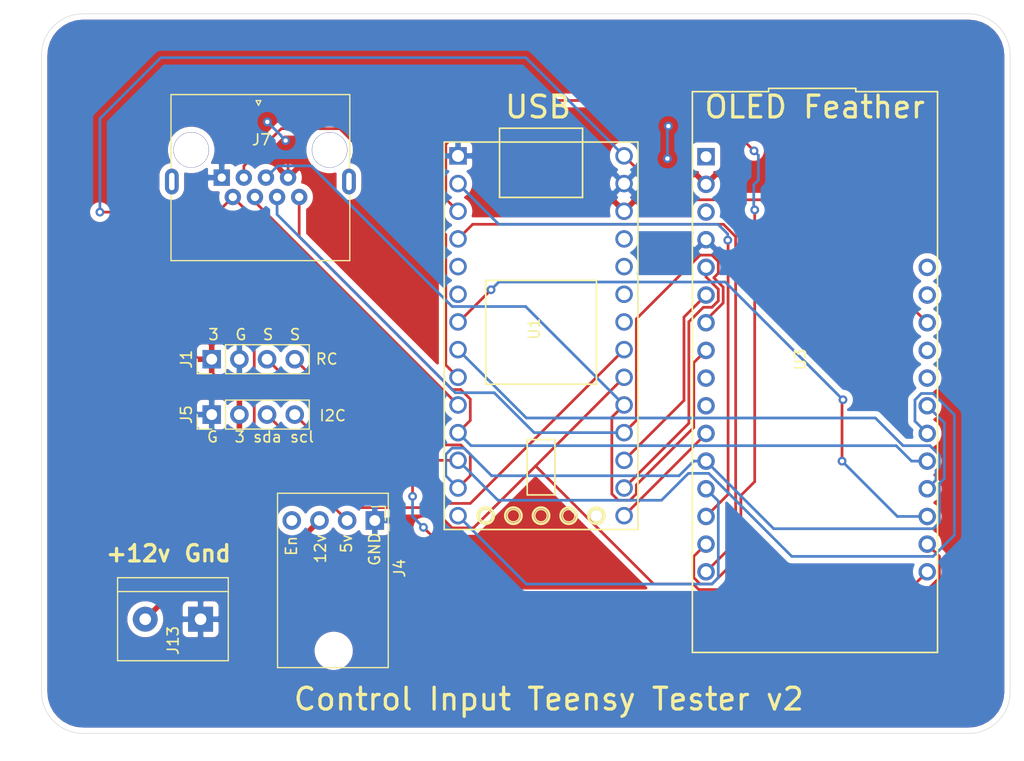
<source format=kicad_pcb>
(kicad_pcb (version 20171130) (host pcbnew "(5.1.5)-3")

  (general
    (thickness 1.6)
    (drawings 15)
    (tracks 234)
    (zones 0)
    (modules 7)
    (nets 38)
  )

  (page A4)
  (layers
    (0 F.Cu signal)
    (31 B.Cu signal)
    (32 B.Adhes user)
    (33 F.Adhes user)
    (34 B.Paste user)
    (35 F.Paste user)
    (36 B.SilkS user)
    (37 F.SilkS user)
    (38 B.Mask user)
    (39 F.Mask user)
    (40 Dwgs.User user)
    (41 Cmts.User user)
    (42 Eco1.User user)
    (43 Eco2.User user)
    (44 Edge.Cuts user)
    (45 Margin user)
    (46 B.CrtYd user hide)
    (47 F.CrtYd user hide)
    (48 B.Fab user hide)
    (49 F.Fab user hide)
  )

  (setup
    (last_trace_width 0.25)
    (user_trace_width 0.3)
    (user_trace_width 0.36)
    (user_trace_width 0.5)
    (user_trace_width 1)
    (user_trace_width 2)
    (trace_clearance 0.2)
    (zone_clearance 0.508)
    (zone_45_only no)
    (trace_min 0.2)
    (via_size 0.8)
    (via_drill 0.4)
    (via_min_size 0.4)
    (via_min_drill 0.3)
    (uvia_size 0.3)
    (uvia_drill 0.1)
    (uvias_allowed no)
    (uvia_min_size 0.2)
    (uvia_min_drill 0.1)
    (edge_width 0.05)
    (segment_width 0.2)
    (pcb_text_width 0.3)
    (pcb_text_size 1.5 1.5)
    (mod_edge_width 0.12)
    (mod_text_size 1 1)
    (mod_text_width 0.15)
    (pad_size 1.5 1.5)
    (pad_drill 0)
    (pad_to_mask_clearance 0.051)
    (aux_axis_origin 0 0)
    (visible_elements 7FFFFFFF)
    (pcbplotparams
      (layerselection 0x010fc_ffffffff)
      (usegerberextensions false)
      (usegerberattributes false)
      (usegerberadvancedattributes false)
      (creategerberjobfile false)
      (excludeedgelayer true)
      (linewidth 0.100000)
      (plotframeref false)
      (viasonmask false)
      (mode 1)
      (useauxorigin false)
      (hpglpennumber 1)
      (hpglpenspeed 20)
      (hpglpendiameter 15.000000)
      (psnegative false)
      (psa4output false)
      (plotreference true)
      (plotvalue true)
      (plotinvisibletext false)
      (padsonsilk false)
      (subtractmaskfromsilk false)
      (outputformat 1)
      (mirror false)
      (drillshape 0)
      (scaleselection 1)
      (outputdirectory "Gerbers/"))
  )

  (net 0 "")
  (net 1 +5V)
  (net 2 GND)
  (net 3 +3V3)
  (net 4 +12V)
  (net 5 I2C_SDA)
  (net 6 I2C_SCL)
  (net 7 Steering)
  (net 8 Throttle)
  (net 9 RCPWMThrottle)
  (net 10 RCPWMSteering)
  (net 11 ActiveSW)
  (net 12 MI)
  (net 13 SCK)
  (net 14 D5)
  (net 15 D6)
  (net 16 TX)
  (net 17 D2)
  (net 18 "Net-(J4-Pad4)")
  (net 19 D8)
  (net 20 D7)
  (net 21 "Net-(U1-Pad6)")
  (net 22 "Net-(U1-Pad5)")
  (net 23 RX)
  (net 24 A0)
  (net 25 A1)
  (net 26 "Net-(U1-Pad22)")
  (net 27 "Net-(U1-Pad23)")
  (net 28 "Net-(U1-Pad24)")
  (net 29 "Net-(U1-Pad25)")
  (net 30 "Net-(U3-Pad10)")
  (net 31 "Net-(U3-Pad9)")
  (net 32 "Net-(U3-Pad3)")
  (net 33 "Net-(U3-Pad1)")
  (net 34 "Net-(U3-Pad24)")
  (net 35 "Net-(U3-Pad25)")
  (net 36 "Net-(U3-Pad27)")
  (net 37 "Net-(U3-Pad28)")

  (net_class Default "This is the default net class."
    (clearance 0.2)
    (trace_width 0.25)
    (via_dia 0.8)
    (via_drill 0.4)
    (uvia_dia 0.3)
    (uvia_drill 0.1)
    (add_net +12V)
    (add_net +3V3)
    (add_net +5V)
    (add_net A0)
    (add_net A1)
    (add_net ActiveSW)
    (add_net D2)
    (add_net D5)
    (add_net D6)
    (add_net D7)
    (add_net D8)
    (add_net GND)
    (add_net I2C_SCL)
    (add_net I2C_SDA)
    (add_net MI)
    (add_net "Net-(J4-Pad4)")
    (add_net "Net-(U1-Pad22)")
    (add_net "Net-(U1-Pad23)")
    (add_net "Net-(U1-Pad24)")
    (add_net "Net-(U1-Pad25)")
    (add_net "Net-(U1-Pad5)")
    (add_net "Net-(U1-Pad6)")
    (add_net "Net-(U3-Pad1)")
    (add_net "Net-(U3-Pad10)")
    (add_net "Net-(U3-Pad24)")
    (add_net "Net-(U3-Pad25)")
    (add_net "Net-(U3-Pad27)")
    (add_net "Net-(U3-Pad28)")
    (add_net "Net-(U3-Pad3)")
    (add_net "Net-(U3-Pad9)")
    (add_net RCPWMSteering)
    (add_net RCPWMThrottle)
    (add_net RX)
    (add_net SCK)
    (add_net Steering)
    (add_net TX)
    (add_net Throttle)
  )

  (module "Useful Modifications:AdaFruit_MPM3610" (layer F.Cu) (tedit 5FDA9FFC) (tstamp 6174BBC4)
    (at 136 135.4 270)
    (descr "Through hole angled pin header, 1x04, 2.54mm pitch, 6mm pin length, single row")
    (tags "Through hole angled pin header THT 1x04 2.54mm single row")
    (path /5FBAF7AC)
    (fp_text reference J4 (at 4.385 -2.27 90) (layer F.SilkS)
      (effects (font (size 1 1) (thickness 0.15)))
    )
    (fp_text value "Power Input" (at 4.385 9.89 90) (layer F.Fab)
      (effects (font (size 1 1) (thickness 0.15)))
    )
    (fp_text user En (at 2.3368 7.6581 270) (layer F.SilkS)
      (effects (font (size 1 1) (thickness 0.15)))
    )
    (fp_text user 12v (at 2.59334 4.99364 270) (layer F.SilkS)
      (effects (font (size 1 1) (thickness 0.15)))
    )
    (fp_text user 5v (at 2.1209 2.60604 270) (layer F.SilkS)
      (effects (font (size 1 1) (thickness 0.15)))
    )
    (fp_text user GND (at 2.63398 0.02286 270) (layer F.SilkS)
      (effects (font (size 1 1) (thickness 0.15)))
    )
    (fp_line (start -2.501 -1.231) (end -2.501 8.929) (layer F.SilkS) (width 0.12))
    (fp_line (start -0.32 -0.32) (end -0.32 0.32) (layer F.Fab) (width 0.1))
    (fp_line (start -0.32 2.22) (end -0.32 2.86) (layer F.Fab) (width 0.1))
    (fp_line (start -0.32 4.76) (end -0.32 5.4) (layer F.Fab) (width 0.1))
    (fp_line (start -0.32 7.3) (end -0.32 7.94) (layer F.Fab) (width 0.1))
    (fp_line (start -1.27 0.3) (end -1.27 -0.97) (layer F.SilkS) (width 0.12))
    (fp_line (start -1.27 -0.97) (end 0 -0.97) (layer F.SilkS) (width 0.12))
    (fp_line (start -2.501 -1.231) (end 13.499 -1.231) (layer F.SilkS) (width 0.12))
    (fp_line (start 13.499 -1.231) (end 13.499 8.929) (layer F.SilkS) (width 0.12))
    (fp_line (start -2.501 8.929) (end 13.499 8.929) (layer F.SilkS) (width 0.12))
    (fp_text user %R (at 2.77 3.81) (layer F.Fab)
      (effects (font (size 1 1) (thickness 0.15)))
    )
    (pad "" np_thru_hole oval (at 11.959 3.7719 15) (size 2.5 2.5) (drill oval 2.5) (layers *.Cu *.Mask))
    (pad 1 thru_hole rect (at 0 0 270) (size 1.7 1.7) (drill 1) (layers *.Cu *.Mask)
      (net 2 GND))
    (pad 2 thru_hole oval (at 0 2.54 270) (size 1.7 1.7) (drill 1) (layers *.Cu *.Mask)
      (net 1 +5V))
    (pad 3 thru_hole oval (at 0 5.08 270) (size 1.7 1.7) (drill 1) (layers *.Cu *.Mask)
      (net 4 +12V))
    (pad 4 thru_hole oval (at 0 7.62 270) (size 1.7 1.7) (drill 1) (layers *.Cu *.Mask)
      (net 18 "Net-(J4-Pad4)"))
    (model ${KISYS3DMOD}/Connector_PinHeader_2.54mm.3dshapes/PinHeader_1x04_P2.54mm_Horizontal.wrl
      (at (xyz 0 0 0))
      (scale (xyz 1 1 1))
      (rotate (xyz 0 0 0))
    )
  )

  (module "Useful Modifications:RJ45_x08_Tab_Up" (layer F.Cu) (tedit 5FA2D743) (tstamp 5FBD32BD)
    (at 125.73 100.33 180)
    (descr "8 Pol Shallow Latch Connector, Modjack, RJ45 (https://cdn.amphenol-icc.com/media/wysiwyg/files/drawing/c-bmj-0102.pdf)")
    (tags RJ45)
    (path /5D627B3B)
    (fp_text reference J7 (at 0.1524 -0.13208) (layer F.SilkS)
      (effects (font (size 1 1) (thickness 0.15)))
    )
    (fp_text value 8P8C (at 0.31242 -2.78434) (layer F.Fab)
      (effects (font (size 1 1) (thickness 0.15)))
    )
    (fp_line (start 8.43694 -2.71018) (end 8.43506 4.02082) (layer F.SilkS) (width 0.12))
    (fp_line (start 8.43506 -11.21918) (end 8.43506 -5.207) (layer F.SilkS) (width 0.12))
    (fp_line (start -7.97306 -2.71018) (end -7.97494 4.02082) (layer F.SilkS) (width 0.12))
    (fp_line (start -7.97494 4.02082) (end 8.43506 4.02082) (layer F.SilkS) (width 0.12))
    (fp_line (start -7.97494 -11.21918) (end -7.97494 -5.207) (layer F.SilkS) (width 0.12))
    (fp_line (start -8.10648 -11.38174) (end 8.61942 -11.38428) (layer F.CrtYd) (width 0.05))
    (fp_line (start -8.10648 -11.38174) (end -8.10394 4.15544) (layer F.CrtYd) (width 0.05))
    (fp_line (start -7.97494 -11.21918) (end 8.43506 -11.21918) (layer F.SilkS) (width 0.12))
    (fp_line (start -8.10394 4.15544) (end 8.62196 4.1529) (layer F.CrtYd) (width 0.05))
    (fp_line (start 8.61942 -11.38428) (end 8.62196 4.1529) (layer F.CrtYd) (width 0.05))
    (fp_line (start 0.18796 3.46964) (end 0.62738 3.46964) (layer F.SilkS) (width 0.12))
    (fp_line (start 0.62738 3.46964) (end 0.40132 3.03784) (layer F.SilkS) (width 0.12))
    (fp_line (start 0.40132 3.03784) (end 0.18796 3.46964) (layer F.SilkS) (width 0.12))
    (fp_text user %R (at 0.31242 -4.78434) (layer F.Fab)
      (effects (font (size 1 1) (thickness 0.15)))
    )
    (pad "" np_thru_hole circle (at -6.11832 -1.05918) (size 3.25 3.25) (drill 3.2) (layers *.Cu *.Mask))
    (pad "" np_thru_hole circle (at 6.58168 -1.05918) (size 3.25 3.25) (drill 3.200001) (layers *.Cu *.Mask))
    (pad 8 thru_hole circle (at -3.32902 -5.37918 180) (size 1.5 1.5) (drill 0.76) (layers *.Cu *.Mask)
      (net 11 ActiveSW))
    (pad 7 thru_hole circle (at -2.30902 -3.59918 180) (size 1.5 1.5) (drill 0.76) (layers *.Cu *.Mask)
      (net 3 +3V3))
    (pad 6 thru_hole circle (at -1.29902 -5.37918 180) (size 1.5 1.5) (drill 0.76) (layers *.Cu *.Mask)
      (net 8 Throttle))
    (pad 5 thru_hole circle (at -0.27902 -3.59918 180) (size 1.5 1.5) (drill 0.76) (layers *.Cu *.Mask)
      (net 7 Steering))
    (pad 4 thru_hole circle (at 0.73098 -5.37918 180) (size 1.5 1.5) (drill 0.76) (layers *.Cu *.Mask)
      (net 19 D8))
    (pad 3 thru_hole circle (at 1.75098 -3.59918 180) (size 1.5 1.5) (drill 0.76) (layers *.Cu *.Mask)
      (net 20 D7))
    (pad 2 thru_hole circle (at 2.76098 -5.37918 180) (size 1.5 1.5) (drill 0.76) (layers *.Cu *.Mask)
      (net 1 +5V))
    (pad 1 thru_hole rect (at 3.78098 -3.59918 180) (size 1.5 1.5) (drill 0.76) (layers *.Cu *.Mask)
      (net 2 GND))
    (pad 9 thru_hole oval (at -7.89832 -3.96113) (size 1.259 2.362) (drill oval 0.5 1.6) (layers *.Cu *.Mask))
    (pad 10 thru_hole oval (at 8.36168 -3.96113) (size 1.259 2.362) (drill oval 0.5 1.6) (layers *.Cu *.Mask))
    (model ${KISYS3DMOD}/Connector_RJ.3dshapes/RJ45_Amphenol_54602-x08_Horizontal.wrl
      (at (xyz 0 0 0))
      (scale (xyz 1 1 1))
      (rotate (xyz 0 0 0))
    )
  )

  (module Connector_PinHeader_2.54mm:PinHeader_1x04_P2.54mm_Vertical (layer F.Cu) (tedit 59FED5CC) (tstamp 60473791)
    (at 121.03024 125.67898 90)
    (descr "Through hole straight pin header, 1x04, 2.54mm pitch, single row")
    (tags "Through hole pin header THT 1x04 2.54mm single row")
    (path /5FA762AC)
    (fp_text reference J5 (at 0 -2.33 90) (layer F.SilkS)
      (effects (font (size 1 1) (thickness 0.15)))
    )
    (fp_text value I2C (at -0.1 11.1 180) (layer F.SilkS)
      (effects (font (size 1 1) (thickness 0.15)))
    )
    (fp_line (start -0.635 -1.27) (end 1.27 -1.27) (layer F.Fab) (width 0.1))
    (fp_line (start 1.27 -1.27) (end 1.27 8.89) (layer F.Fab) (width 0.1))
    (fp_line (start 1.27 8.89) (end -1.27 8.89) (layer F.Fab) (width 0.1))
    (fp_line (start -1.27 8.89) (end -1.27 -0.635) (layer F.Fab) (width 0.1))
    (fp_line (start -1.27 -0.635) (end -0.635 -1.27) (layer F.Fab) (width 0.1))
    (fp_line (start -1.33 8.95) (end 1.33 8.95) (layer F.SilkS) (width 0.12))
    (fp_line (start -1.33 1.27) (end -1.33 8.95) (layer F.SilkS) (width 0.12))
    (fp_line (start 1.33 1.27) (end 1.33 8.95) (layer F.SilkS) (width 0.12))
    (fp_line (start -1.33 1.27) (end 1.33 1.27) (layer F.SilkS) (width 0.12))
    (fp_line (start -1.33 0) (end -1.33 -1.33) (layer F.SilkS) (width 0.12))
    (fp_line (start -1.33 -1.33) (end 0 -1.33) (layer F.SilkS) (width 0.12))
    (fp_line (start -1.8 -1.8) (end -1.8 9.4) (layer F.CrtYd) (width 0.05))
    (fp_line (start -1.8 9.4) (end 1.8 9.4) (layer F.CrtYd) (width 0.05))
    (fp_line (start 1.8 9.4) (end 1.8 -1.8) (layer F.CrtYd) (width 0.05))
    (fp_line (start 1.8 -1.8) (end -1.8 -1.8) (layer F.CrtYd) (width 0.05))
    (fp_text user %R (at 0 3.81) (layer F.Fab)
      (effects (font (size 1 1) (thickness 0.15)))
    )
    (pad 4 thru_hole oval (at 0 7.62 90) (size 1.7 1.7) (drill 1) (layers *.Cu *.Mask)
      (net 6 I2C_SCL))
    (pad 3 thru_hole oval (at 0 5.08 90) (size 1.7 1.7) (drill 1) (layers *.Cu *.Mask)
      (net 5 I2C_SDA))
    (pad 2 thru_hole oval (at 0 2.54 90) (size 1.7 1.7) (drill 1) (layers *.Cu *.Mask)
      (net 3 +3V3))
    (pad 1 thru_hole rect (at 0 0 90) (size 1.7 1.7) (drill 1) (layers *.Cu *.Mask)
      (net 2 GND))
    (model ${KISYS3DMOD}/Connector_PinHeader_2.54mm.3dshapes/PinHeader_1x04_P2.54mm_Vertical.wrl
      (at (xyz 0 0 0))
      (scale (xyz 1 1 1))
      (rotate (xyz 0 0 0))
    )
  )

  (module "Useful Modifications:TerminalBlock_bornier-2_P5.08mm" (layer F.Cu) (tedit 5DBE4433) (tstamp 6047300F)
    (at 120.01 144.46 180)
    (descr "simple 2-pin terminal block, pitch 5.08mm, revamped version of bornier2")
    (tags "terminal block bornier2")
    (path /5EE8257A)
    (fp_text reference J13 (at 2.5273 -1.9558 270) (layer F.SilkS)
      (effects (font (size 1 1) (thickness 0.15)))
    )
    (fp_text value "Main Power" (at 2.54 5.08) (layer F.Fab)
      (effects (font (size 1 1) (thickness 0.15)))
    )
    (fp_line (start 7.79 4) (end -2.71 4) (layer F.CrtYd) (width 0.05))
    (fp_line (start 7.79 4) (end 7.79 -4) (layer F.CrtYd) (width 0.05))
    (fp_line (start -2.71 -4) (end -2.71 4) (layer F.CrtYd) (width 0.05))
    (fp_line (start -2.71 -4) (end 7.79 -4) (layer F.CrtYd) (width 0.05))
    (fp_line (start -2.54 3.81) (end 7.62 3.81) (layer F.SilkS) (width 0.12))
    (fp_line (start -2.54 -3.81) (end -2.54 3.81) (layer F.SilkS) (width 0.12))
    (fp_line (start 7.62 -3.81) (end -2.54 -3.81) (layer F.SilkS) (width 0.12))
    (fp_line (start 7.62 3.81) (end 7.62 -3.81) (layer F.SilkS) (width 0.12))
    (fp_line (start 7.62 2.54) (end -2.54 2.54) (layer F.SilkS) (width 0.12))
    (fp_line (start 7.54 -3.75) (end -2.46 -3.75) (layer F.Fab) (width 0.1))
    (fp_line (start 7.54 3.75) (end 7.54 -3.75) (layer F.Fab) (width 0.1))
    (fp_line (start -2.46 3.75) (end 7.54 3.75) (layer F.Fab) (width 0.1))
    (fp_line (start -2.46 -3.75) (end -2.46 3.75) (layer F.Fab) (width 0.1))
    (fp_line (start -2.41 2.55) (end 7.49 2.55) (layer F.Fab) (width 0.1))
    (fp_text user %R (at 2.54 0) (layer F.Fab)
      (effects (font (size 1 1) (thickness 0.15)))
    )
    (pad 1 thru_hole rect (at 0 0 180) (size 2.286 2.286) (drill 1.0668) (layers *.Cu *.Mask)
      (net 2 GND))
    (pad 2 thru_hole circle (at 5.08 0 180) (size 2.286 2.286) (drill 1.0668) (layers *.Cu *.Mask)
      (net 4 +12V))
    (model ${KISYS3DMOD}/TerminalBlock.3dshapes/TerminalBlock_bornier-2_P5.08mm.wrl
      (offset (xyz 2.539999961853027 0 0))
      (scale (xyz 1 1 1))
      (rotate (xyz 0 0 0))
    )
  )

  (module Connector_PinHeader_2.54mm:PinHeader_1x04_P2.54mm_Vertical (layer F.Cu) (tedit 59FED5CC) (tstamp 5FC5B05F)
    (at 121.03024 120.59898 90)
    (descr "Through hole straight pin header, 1x04, 2.54mm pitch, single row")
    (tags "Through hole pin header THT 1x04 2.54mm single row")
    (path /5D5BB7A8)
    (fp_text reference J1 (at 0 -2.33 90) (layer F.SilkS)
      (effects (font (size 1 1) (thickness 0.15)))
    )
    (fp_text value RC (at 0.015 10.557 180) (layer F.SilkS)
      (effects (font (size 1 1) (thickness 0.15)))
    )
    (fp_line (start -0.635 -1.27) (end 1.27 -1.27) (layer F.Fab) (width 0.1))
    (fp_line (start 1.27 -1.27) (end 1.27 8.89) (layer F.Fab) (width 0.1))
    (fp_line (start 1.27 8.89) (end -1.27 8.89) (layer F.Fab) (width 0.1))
    (fp_line (start -1.27 8.89) (end -1.27 -0.635) (layer F.Fab) (width 0.1))
    (fp_line (start -1.27 -0.635) (end -0.635 -1.27) (layer F.Fab) (width 0.1))
    (fp_line (start -1.33 8.95) (end 1.33 8.95) (layer F.SilkS) (width 0.12))
    (fp_line (start -1.33 1.27) (end -1.33 8.95) (layer F.SilkS) (width 0.12))
    (fp_line (start 1.33 1.27) (end 1.33 8.95) (layer F.SilkS) (width 0.12))
    (fp_line (start -1.33 1.27) (end 1.33 1.27) (layer F.SilkS) (width 0.12))
    (fp_line (start -1.33 0) (end -1.33 -1.33) (layer F.SilkS) (width 0.12))
    (fp_line (start -1.33 -1.33) (end 0 -1.33) (layer F.SilkS) (width 0.12))
    (fp_line (start -1.8 -1.8) (end -1.8 9.4) (layer F.CrtYd) (width 0.05))
    (fp_line (start -1.8 9.4) (end 1.8 9.4) (layer F.CrtYd) (width 0.05))
    (fp_line (start 1.8 9.4) (end 1.8 -1.8) (layer F.CrtYd) (width 0.05))
    (fp_line (start 1.8 -1.8) (end -1.8 -1.8) (layer F.CrtYd) (width 0.05))
    (fp_text user %R (at 0 3.81) (layer F.Fab)
      (effects (font (size 1 1) (thickness 0.15)))
    )
    (pad 1 thru_hole rect (at 0 0 90) (size 1.7 1.7) (drill 1) (layers *.Cu *.Mask)
      (net 3 +3V3))
    (pad 2 thru_hole oval (at 0 2.54 90) (size 1.7 1.7) (drill 1) (layers *.Cu *.Mask)
      (net 2 GND))
    (pad 3 thru_hole oval (at 0 5.08 90) (size 1.7 1.7) (drill 1) (layers *.Cu *.Mask)
      (net 9 RCPWMThrottle))
    (pad 4 thru_hole oval (at 0 7.62 90) (size 1.7 1.7) (drill 1) (layers *.Cu *.Mask)
      (net 10 RCPWMSteering))
    (model ${KISYS3DMOD}/Connector_PinHeader_2.54mm.3dshapes/PinHeader_1x04_P2.54mm_Vertical.wrl
      (at (xyz 0 0 0))
      (scale (xyz 1 1 1))
      (rotate (xyz 0 0 0))
    )
  )

  (module "Useful Modifications:Feather_nRF52840" (layer F.Cu) (tedit 5FE15FDA) (tstamp 60472D64)
    (at 176.53 120.65 270)
    (path /6046C9DA)
    (fp_text reference U3 (at -0.03302 1.45542 90) (layer F.SilkS)
      (effects (font (size 1 1) (thickness 0.15)))
    )
    (fp_text value "OLED Feather" (at 0.254 -2.032 90) (layer F.Fab)
      (effects (font (size 1 1) (thickness 0.15)))
    )
    (fp_line (start 26.86094 11.38608) (end -24.6088 11.38608) (layer F.SilkS) (width 0.15))
    (fp_line (start 26.86094 -11.11392) (end -24.6088 -11.11392) (layer F.SilkS) (width 0.15))
    (fp_line (start 26.86094 11.38608) (end 26.86094 -11.11392) (layer F.SilkS) (width 0.15))
    (fp_line (start -24.90852 -3.61392) (end -24.90852 4.38608) (layer F.SilkS) (width 0.15))
    (fp_line (start -24.6088 11.38608) (end -24.6088 4.38608) (layer F.SilkS) (width 0.15))
    (fp_line (start -24.6088 4.38608) (end -24.90852 4.38608) (layer F.SilkS) (width 0.15))
    (fp_line (start -24.6088 -3.61392) (end -24.90852 -3.61392) (layer F.SilkS) (width 0.15))
    (fp_line (start -24.6088 -3.61392) (end -24.6088 -11.11392) (layer F.SilkS) (width 0.15))
    (pad 14 thru_hole circle (at 14.37894 10.13206 270) (size 1.6 1.6) (drill 1) (layers *.Cu *.Mask)
      (net 23 RX))
    (pad 13 thru_hole circle (at 11.83894 10.13206 270) (size 1.6 1.6) (drill 1) (layers *.Cu *.Mask)
      (net 12 MI))
    (pad 12 thru_hole circle (at 9.29894 10.13206 270) (size 1.6 1.6) (drill 1) (layers *.Cu *.Mask)
      (net 10 RCPWMSteering))
    (pad 11 thru_hole circle (at 6.75894 10.13206 270) (size 1.6 1.6) (drill 1) (layers *.Cu *.Mask)
      (net 13 SCK))
    (pad 10 thru_hole circle (at 4.21894 10.13206 270) (size 1.6 1.6) (drill 1) (layers *.Cu *.Mask)
      (net 30 "Net-(U3-Pad10)"))
    (pad 9 thru_hole circle (at 1.67894 10.13206 270) (size 1.6 1.6) (drill 1) (layers *.Cu *.Mask)
      (net 31 "Net-(U3-Pad9)"))
    (pad 8 thru_hole circle (at -0.86106 10.13206 270) (size 1.6 1.6) (drill 1) (layers *.Cu *.Mask)
      (net 7 Steering))
    (pad 7 thru_hole circle (at -3.40106 10.13206 270) (size 1.6 1.6) (drill 1) (layers *.Cu *.Mask)
      (net 8 Throttle))
    (pad 6 thru_hole circle (at -5.94106 10.13206 270) (size 1.6 1.6) (drill 1) (layers *.Cu *.Mask)
      (net 25 A1))
    (pad 5 thru_hole circle (at -8.48106 10.13206 270) (size 1.6 1.6) (drill 1) (layers *.Cu *.Mask)
      (net 24 A0))
    (pad 4 thru_hole circle (at -11.02106 10.13206 270) (size 1.6 1.6) (drill 1) (layers *.Cu *.Mask)
      (net 2 GND))
    (pad 3 thru_hole circle (at -13.56106 10.13206 270) (size 1.6 1.6) (drill 1) (layers *.Cu *.Mask)
      (net 32 "Net-(U3-Pad3)"))
    (pad 2 thru_hole circle (at -16.10106 10.13206 270) (size 1.6 1.6) (drill 1) (layers *.Cu *.Mask)
      (net 3 +3V3))
    (pad 1 thru_hole rect (at -18.64106 10.13206 270) (size 1.6 1.6) (drill 1) (layers *.Cu *.Mask)
      (net 33 "Net-(U3-Pad1)"))
    (pad 17 thru_hole circle (at 19.45894 -10.16794 270) (size 1.6 1.6) (drill 1) (layers *.Cu *.Mask)
      (net 5 I2C_SDA))
    (pad 18 thru_hole circle (at 16.91894 -10.16794 270) (size 1.6 1.6) (drill 1) (layers *.Cu *.Mask)
      (net 6 I2C_SCL))
    (pad 19 thru_hole circle (at 14.37894 -10.16794 270) (size 1.6 1.6) (drill 1) (layers *.Cu *.Mask)
      (net 14 D5))
    (pad 20 thru_hole circle (at 11.83894 -10.16794 270) (size 1.6 1.6) (drill 1) (layers *.Cu *.Mask)
      (net 15 D6))
    (pad 21 thru_hole circle (at 9.29894 -10.16794 270) (size 1.6 1.6) (drill 1) (layers *.Cu *.Mask)
      (net 11 ActiveSW))
    (pad 22 thru_hole circle (at 6.75894 -10.16794 270) (size 1.6 1.6) (drill 1) (layers *.Cu *.Mask)
      (net 9 RCPWMThrottle))
    (pad 23 thru_hole circle (at 4.21894 -10.16794 270) (size 1.6 1.6) (drill 1) (layers *.Cu *.Mask)
      (net 10 RCPWMSteering))
    (pad 24 thru_hole circle (at 1.67894 -10.16794 270) (size 1.6 1.6) (drill 1) (layers *.Cu *.Mask)
      (net 34 "Net-(U3-Pad24)"))
    (pad 25 thru_hole circle (at -0.86106 -10.16794 270) (size 1.6 1.6) (drill 1) (layers *.Cu *.Mask)
      (net 35 "Net-(U3-Pad25)"))
    (pad 26 thru_hole circle (at -3.40106 -10.16794 270) (size 1.6 1.6) (drill 1) (layers *.Cu *.Mask)
      (net 1 +5V))
    (pad 27 thru_hole circle (at -5.94106 -10.16794 270) (size 1.6 1.6) (drill 1) (layers *.Cu *.Mask)
      (net 36 "Net-(U3-Pad27)"))
    (pad 28 thru_hole circle (at -8.48106 -10.16794 270) (size 1.6 1.6) (drill 1) (layers *.Cu *.Mask)
      (net 37 "Net-(U3-Pad28)"))
    (pad 15 thru_hole circle (at 16.91894 10.13206 270) (size 1.6 1.6) (drill 1) (layers *.Cu *.Mask)
      (net 16 TX))
    (pad 16 thru_hole circle (at 19.45894 10.13206 270) (size 1.6 1.6) (drill 1) (layers *.Cu *.Mask)
      (net 17 D2))
  )

  (module "Useful Modifications:Teensy40_NoMid" (layer F.Cu) (tedit 5D5DDE48) (tstamp 60F4D4F5)
    (at 151.13 117.93982 270)
    (path /60F91404)
    (fp_text reference U1 (at -0.127 0.508 90) (layer F.SilkS)
      (effects (font (size 1 1) (thickness 0.15)))
    )
    (fp_text value Teensy4.0_NoMid (at 0.254 -2.032 90) (layer F.Fab)
      (effects (font (size 1 1) (thickness 0.15)))
    )
    (fp_line (start 4.953 4.953) (end 4.953 -5.207) (layer F.SilkS) (width 0.15))
    (fp_line (start -4.572 -5.207) (end -4.572 4.953) (layer F.SilkS) (width 0.15))
    (fp_line (start -4.572 4.953) (end 4.953 4.953) (layer F.SilkS) (width 0.15))
    (fp_line (start -4.572 -5.207) (end 4.953 -5.207) (layer F.SilkS) (width 0.15))
    (fp_line (start 18.288 -9.017) (end -17.272 -9.017) (layer F.SilkS) (width 0.15))
    (fp_line (start -17.272 8.763) (end 18.288 8.763) (layer F.SilkS) (width 0.15))
    (fp_line (start -17.272 3.683) (end -18.542 3.683) (layer F.SilkS) (width 0.15))
    (fp_line (start -18.542 3.683) (end -18.542 -3.937) (layer F.SilkS) (width 0.15))
    (fp_line (start -18.542 -3.937) (end -17.272 -3.937) (layer F.SilkS) (width 0.15))
    (fp_line (start -12.192 3.683) (end -12.192 -3.937) (layer F.SilkS) (width 0.15))
    (fp_line (start -12.192 -3.937) (end -17.272 -3.937) (layer F.SilkS) (width 0.15))
    (fp_line (start -12.192 3.683) (end -17.272 3.683) (layer F.SilkS) (width 0.15))
    (fp_line (start 10.033 -1.397) (end 15.113 -1.397) (layer F.SilkS) (width 0.15))
    (fp_line (start 15.113 -1.397) (end 15.113 1.143) (layer F.SilkS) (width 0.15))
    (fp_line (start 15.113 1.143) (end 10.033 1.143) (layer F.SilkS) (width 0.15))
    (fp_line (start 10.033 1.143) (end 10.033 -1.397) (layer F.SilkS) (width 0.15))
    (fp_line (start 18.288 -9.017) (end 18.288 8.763) (layer F.SilkS) (width 0.15))
    (fp_line (start -17.272 8.763) (end -17.272 -9.017) (layer F.SilkS) (width 0.15))
    (fp_circle (center 17.018 -5.207) (end 17.526 -4.953) (layer F.SilkS) (width 0.12))
    (fp_circle (center 17.018 -5.207) (end 17.272 -4.445) (layer F.SilkS) (width 0.12))
    (fp_circle (center 17.018 -5.207) (end 17.526 -4.699) (layer F.SilkS) (width 0.12))
    (fp_circle (center 17.018 -2.667) (end 17.526 -2.413) (layer F.SilkS) (width 0.12))
    (fp_circle (center 17.018 -2.667) (end 17.272 -1.905) (layer F.SilkS) (width 0.12))
    (fp_circle (center 17.018 -2.667) (end 17.526 -2.159) (layer F.SilkS) (width 0.12))
    (fp_circle (center 17.018 -0.127) (end 17.526 0.127) (layer F.SilkS) (width 0.12))
    (fp_circle (center 17.018 -0.127) (end 17.272 0.635) (layer F.SilkS) (width 0.12))
    (fp_circle (center 17.018 -0.127) (end 17.526 0.381) (layer F.SilkS) (width 0.12))
    (fp_circle (center 17.018 2.413) (end 17.526 2.667) (layer F.SilkS) (width 0.12))
    (fp_circle (center 17.018 2.413) (end 17.272 3.175) (layer F.SilkS) (width 0.12))
    (fp_circle (center 17.018 2.413) (end 17.526 2.921) (layer F.SilkS) (width 0.12))
    (fp_circle (center 17.018 4.953) (end 17.526 5.207) (layer F.SilkS) (width 0.12))
    (fp_circle (center 17.018 4.953) (end 17.272 5.715) (layer F.SilkS) (width 0.12))
    (fp_circle (center 17.018 4.953) (end 17.526 5.461) (layer F.SilkS) (width 0.12))
    (pad 14 thru_hole circle (at 17.018 7.493 270) (size 1.6 1.6) (drill 1.1) (layers *.Cu *.Mask)
      (net 12 MI))
    (pad 13 thru_hole circle (at 14.478 7.493 270) (size 1.6 1.6) (drill 1.1) (layers *.Cu *.Mask)
      (net 10 RCPWMSteering))
    (pad 12 thru_hole circle (at 11.938 7.493 270) (size 1.6 1.6) (drill 1.1) (layers *.Cu *.Mask)
      (net 9 RCPWMThrottle))
    (pad 11 thru_hole circle (at 9.398 7.493 270) (size 1.6 1.6) (drill 1.1) (layers *.Cu *.Mask)
      (net 11 ActiveSW))
    (pad 10 thru_hole circle (at 6.858 7.493 270) (size 1.6 1.6) (drill 1.1) (layers *.Cu *.Mask)
      (net 19 D8))
    (pad 9 thru_hole circle (at 4.318 7.493 270) (size 1.6 1.6) (drill 1.1) (layers *.Cu *.Mask)
      (net 20 D7))
    (pad 8 thru_hole circle (at 1.778 7.493 270) (size 1.6 1.6) (drill 1.1) (layers *.Cu *.Mask)
      (net 15 D6))
    (pad 7 thru_hole circle (at -0.762 7.493 270) (size 1.6 1.6) (drill 1.1) (layers *.Cu *.Mask)
      (net 14 D5))
    (pad 6 thru_hole circle (at -3.302 7.493 270) (size 1.6 1.6) (drill 1.1) (layers *.Cu *.Mask)
      (net 21 "Net-(U1-Pad6)"))
    (pad 5 thru_hole circle (at -5.842 7.493 270) (size 1.6 1.6) (drill 1.1) (layers *.Cu *.Mask)
      (net 22 "Net-(U1-Pad5)"))
    (pad 4 thru_hole circle (at -8.382 7.493 270) (size 1.6 1.6) (drill 1.1) (layers *.Cu *.Mask)
      (net 17 D2))
    (pad 3 thru_hole circle (at -10.922 7.493 270) (size 1.6 1.6) (drill 1.1) (layers *.Cu *.Mask)
      (net 16 TX))
    (pad 2 thru_hole circle (at -13.462 7.493 270) (size 1.6 1.6) (drill 1.1) (layers *.Cu *.Mask)
      (net 23 RX))
    (pad 1 thru_hole rect (at -16.002 7.493 270) (size 1.6 1.6) (drill 1.1) (layers *.Cu *.Mask)
      (net 2 GND))
    (pad 15 thru_hole circle (at 17.018 -7.747 270) (size 1.6 1.6) (drill 1.1) (layers *.Cu *.Mask)
      (net 13 SCK))
    (pad 16 thru_hole circle (at 14.478 -7.747 270) (size 1.6 1.6) (drill 1.1) (layers *.Cu *.Mask)
      (net 24 A0))
    (pad 17 thru_hole circle (at 11.938 -7.747 270) (size 1.6 1.6) (drill 1.1) (layers *.Cu *.Mask)
      (net 25 A1))
    (pad 18 thru_hole circle (at 9.398 -7.747 270) (size 1.6 1.6) (drill 1.1) (layers *.Cu *.Mask)
      (net 8 Throttle))
    (pad 19 thru_hole circle (at 6.858 -7.747 270) (size 1.6 1.6) (drill 1.1) (layers *.Cu *.Mask)
      (net 7 Steering))
    (pad 20 thru_hole circle (at 4.318 -7.747 270) (size 1.6 1.6) (drill 1.1) (layers *.Cu *.Mask)
      (net 5 I2C_SDA))
    (pad 21 thru_hole circle (at 1.778 -7.747 270) (size 1.6 1.6) (drill 1.1) (layers *.Cu *.Mask)
      (net 6 I2C_SCL))
    (pad 22 thru_hole circle (at -0.762 -7.747 270) (size 1.6 1.6) (drill 1.1) (layers *.Cu *.Mask)
      (net 26 "Net-(U1-Pad22)"))
    (pad 23 thru_hole circle (at -3.302 -7.747 270) (size 1.6 1.6) (drill 1.1) (layers *.Cu *.Mask)
      (net 27 "Net-(U1-Pad23)"))
    (pad 24 thru_hole circle (at -5.842 -7.747 270) (size 1.6 1.6) (drill 1.1) (layers *.Cu *.Mask)
      (net 28 "Net-(U1-Pad24)"))
    (pad 25 thru_hole circle (at -8.382 -7.747 270) (size 1.6 1.6) (drill 1.1) (layers *.Cu *.Mask)
      (net 29 "Net-(U1-Pad25)"))
    (pad 26 thru_hole circle (at -10.922 -7.747 270) (size 1.6 1.6) (drill 1.1) (layers *.Cu *.Mask)
      (net 3 +3V3))
    (pad 27 thru_hole circle (at -13.462 -7.747 270) (size 1.6 1.6) (drill 1.1) (layers *.Cu *.Mask)
      (net 2 GND))
    (pad 28 thru_hole circle (at -16.002 -7.747 270) (size 1.6 1.6) (drill 1.1) (layers *.Cu *.Mask)
      (net 1 +5V))
  )

  (gr_arc (start 190.5 151.13) (end 190.5 154.94) (angle -90) (layer Edge.Cuts) (width 0.05))
  (gr_arc (start 109.22 92.71) (end 109.22 88.9) (angle -90) (layer Edge.Cuts) (width 0.05))
  (gr_arc (start 190.5 92.71) (end 194.31 92.71) (angle -90) (layer Edge.Cuts) (width 0.05))
  (gr_arc (start 109.22 151.13) (end 105.41 151.13) (angle -90) (layer Edge.Cuts) (width 0.05))
  (gr_line (start 105.41 92.71) (end 105.41 151.13) (layer Edge.Cuts) (width 0.05) (tstamp 6047416F))
  (gr_line (start 190.5 88.9) (end 109.22 88.9) (layer Edge.Cuts) (width 0.05))
  (gr_line (start 194.31 151.13) (end 194.31 92.71) (layer Edge.Cuts) (width 0.05))
  (gr_line (start 109.22 154.94) (end 190.5 154.94) (layer Edge.Cuts) (width 0.05))
  (gr_text "OLED Feather" (at 176.375 97.45) (layer F.SilkS) (tstamp 60473836)
    (effects (font (size 2 2) (thickness 0.3)))
  )
  (gr_text USB (at 150.975 97.45) (layer F.SilkS)
    (effects (font (size 2 2) (thickness 0.3)))
  )
  (gr_text "3  G  S  S" (at 120.63024 118.33898) (layer F.SilkS) (tstamp 5FC5B115)
    (effects (font (size 1 1) (thickness 0.15)) (justify left))
  )
  (gr_text "G  3 sda scl" (at 120.50524 127.72898) (layer F.SilkS) (tstamp 60473778)
    (effects (font (size 1 1) (thickness 0.15)) (justify left))
  )
  (gr_text +12v (at 114.3 138.43) (layer F.SilkS) (tstamp 60472FF0)
    (effects (font (size 1.5 1.5) (thickness 0.3)))
  )
  (gr_text Gnd (at 120.65 138.43) (layer F.SilkS) (tstamp 60472FED)
    (effects (font (size 1.5 1.5) (thickness 0.3)))
  )
  (gr_text "Control Input Teensy Tester v2" (at 151.9682 151.7904) (layer F.SilkS)
    (effects (font (size 2 2) (thickness 0.3)))
  )

  (segment (start 123.719019 106.459179) (end 122.96902 105.70918) (width 0.25) (layer F.Cu) (net 1))
  (segment (start 124.935239 107.675399) (end 123.719019 106.459179) (width 0.25) (layer F.Cu) (net 1))
  (segment (start 124.935239 126.875239) (end 124.935239 107.675399) (width 0.25) (layer F.Cu) (net 1))
  (segment (start 133.46 135.4) (end 124.935239 126.875239) (width 0.25) (layer F.Cu) (net 1))
  (via (at 110.7694 107.0991) (size 0.8) (drill 0.4) (layers F.Cu B.Cu) (net 1))
  (segment (start 122.96902 105.70918) (end 121.5791 107.0991) (width 0.25) (layer F.Cu) (net 1))
  (segment (start 121.5791 107.0991) (end 110.7694 107.0991) (width 0.25) (layer F.Cu) (net 1))
  (segment (start 159.676999 102.737819) (end 158.877 101.93782) (width 0.25) (layer F.Cu) (net 1))
  (segment (start 162.903119 105.963939) (end 159.676999 102.737819) (width 0.25) (layer F.Cu) (net 1))
  (segment (start 186.69794 117.24894) (end 175.412939 105.963939) (width 0.25) (layer F.Cu) (net 1))
  (segment (start 175.412939 105.963939) (end 162.903119 105.963939) (width 0.25) (layer F.Cu) (net 1))
  (segment (start 149.86254 92.92336) (end 158.877 101.93782) (width 0.25) (layer B.Cu) (net 1))
  (segment (start 110.7694 107.0991) (end 110.7694 98.51644) (width 0.25) (layer B.Cu) (net 1))
  (segment (start 116.36248 92.92336) (end 149.86254 92.92336) (width 0.25) (layer B.Cu) (net 1))
  (segment (start 110.7694 98.51644) (end 116.36248 92.92336) (width 0.25) (layer B.Cu) (net 1))
  (via (at 162.94354 99.20224) (size 0.8) (drill 0.4) (layers F.Cu B.Cu) (net 3))
  (via (at 162.85464 102.1842) (size 0.8) (drill 0.4) (layers F.Cu B.Cu) (net 3))
  (segment (start 162.85464 99.29114) (end 162.94354 99.20224) (width 0.25) (layer B.Cu) (net 3))
  (segment (start 162.85464 102.1842) (end 162.85464 99.29114) (width 0.25) (layer B.Cu) (net 3))
  (via (at 127.8128 100.52812) (size 0.8) (drill 0.4) (layers F.Cu B.Cu) (net 3))
  (segment (start 128.03902 103.92918) (end 128.03902 100.75434) (width 0.25) (layer F.Cu) (net 3))
  (segment (start 128.03902 100.75434) (end 127.8128 100.52812) (width 0.25) (layer F.Cu) (net 3))
  (segment (start 127.412801 100.128121) (end 127.412801 100.092561) (width 0.25) (layer B.Cu) (net 3))
  (segment (start 127.8128 100.52812) (end 127.412801 100.128121) (width 0.25) (layer B.Cu) (net 3))
  (segment (start 127.412801 100.092561) (end 126.13386 98.81362) (width 0.25) (layer B.Cu) (net 3))
  (via (at 126.13386 98.81362) (size 0.8) (drill 0.4) (layers F.Cu B.Cu) (net 3))
  (segment (start 114.93 144.46) (end 120.0837 139.3063) (width 0.5) (layer F.Cu) (net 4))
  (segment (start 127.0137 139.3063) (end 130.92 135.4) (width 0.5) (layer F.Cu) (net 4))
  (segment (start 120.0837 139.3063) (end 127.0137 139.3063) (width 0.5) (layer F.Cu) (net 4))
  (segment (start 126.11024 125.67898) (end 134.647829 134.216569) (width 0.25) (layer F.Cu) (net 5))
  (segment (start 158.077001 123.057819) (end 158.877 122.25782) (width 0.25) (layer F.Cu) (net 5))
  (segment (start 143.096999 136.082821) (end 145.051999 136.082821) (width 0.25) (layer F.Cu) (net 5))
  (segment (start 141.230747 134.216569) (end 143.096999 136.082821) (width 0.25) (layer F.Cu) (net 5))
  (segment (start 134.647829 134.216569) (end 141.230747 134.216569) (width 0.25) (layer F.Cu) (net 5))
  (segment (start 150.75662 130.39852) (end 158.077001 123.057819) (width 0.25) (layer F.Cu) (net 5))
  (segment (start 145.051999 136.082821) (end 150.75662 130.39852) (width 0.25) (layer F.Cu) (net 5))
  (segment (start 186.69794 140.10894) (end 185.069369 141.737511) (width 0.25) (layer F.Cu) (net 5))
  (segment (start 161.592041 141.233941) (end 150.75662 130.39852) (width 0.25) (layer F.Cu) (net 5))
  (segment (start 165.725099 141.737511) (end 165.221529 141.233941) (width 0.25) (layer F.Cu) (net 5))
  (segment (start 185.069369 141.737511) (end 165.725099 141.737511) (width 0.25) (layer F.Cu) (net 5))
  (segment (start 165.221529 141.233941) (end 161.592041 141.233941) (width 0.25) (layer F.Cu) (net 5))
  (segment (start 133.974081 131.002821) (end 139.209561 131.002821) (width 0.25) (layer F.Cu) (net 6))
  (segment (start 128.65024 125.67898) (end 133.974081 131.002821) (width 0.25) (layer F.Cu) (net 6))
  (segment (start 158.077001 120.517819) (end 158.877 119.71782) (width 0.25) (layer F.Cu) (net 6))
  (segment (start 144.762001 133.832819) (end 158.077001 120.517819) (width 0.25) (layer F.Cu) (net 6))
  (segment (start 142.039559 133.832819) (end 144.762001 133.832819) (width 0.25) (layer F.Cu) (net 6))
  (segment (start 187.822941 140.648941) (end 186.107422 142.36446) (width 0.25) (layer F.Cu) (net 6))
  (segment (start 186.69794 137.56894) (end 187.822941 138.693941) (width 0.25) (layer F.Cu) (net 6))
  (segment (start 187.822941 138.693941) (end 187.822941 140.648941) (width 0.25) (layer F.Cu) (net 6))
  (via (at 140.462 136.03224) (size 0.8) (drill 0.4) (layers F.Cu B.Cu) (net 6))
  (segment (start 186.107422 142.36446) (end 146.79422 142.36446) (width 0.25) (layer F.Cu) (net 6))
  (segment (start 146.79422 142.36446) (end 140.462 136.03224) (width 0.25) (layer F.Cu) (net 6))
  (via (at 139.46378 133.1849) (size 0.8) (drill 0.4) (layers F.Cu B.Cu) (net 6))
  (segment (start 140.462 136.03224) (end 139.46378 135.03402) (width 0.25) (layer B.Cu) (net 6))
  (segment (start 139.46378 135.03402) (end 139.46378 133.1849) (width 0.25) (layer B.Cu) (net 6))
  (segment (start 139.46378 132.0038) (end 139.82192 131.64566) (width 0.25) (layer F.Cu) (net 6))
  (segment (start 139.209561 131.002821) (end 139.82192 131.64566) (width 0.25) (layer F.Cu) (net 6))
  (segment (start 139.46378 133.1849) (end 139.46378 132.0038) (width 0.25) (layer F.Cu) (net 6))
  (segment (start 139.82192 131.64566) (end 142.039559 133.832819) (width 0.25) (layer F.Cu) (net 6))
  (segment (start 149.842001 115.762821) (end 158.077001 123.997821) (width 0.25) (layer B.Cu) (net 7))
  (segment (start 158.077001 123.997821) (end 158.877 124.79782) (width 0.25) (layer B.Cu) (net 7))
  (segment (start 143.096999 115.762821) (end 149.842001 115.762821) (width 0.25) (layer B.Cu) (net 7))
  (segment (start 130.188357 102.854179) (end 143.096999 115.762821) (width 0.25) (layer B.Cu) (net 7))
  (segment (start 127.084021 102.854179) (end 130.188357 102.854179) (width 0.25) (layer B.Cu) (net 7))
  (segment (start 126.00902 103.92918) (end 127.084021 102.854179) (width 0.25) (layer B.Cu) (net 7))
  (segment (start 166.39794 119.78894) (end 165.272939 120.913941) (width 0.25) (layer F.Cu) (net 7))
  (segment (start 158.336999 133.542821) (end 157.751999 132.957821) (width 0.25) (layer F.Cu) (net 7))
  (segment (start 160.002001 132.957821) (end 159.417001 133.542821) (width 0.25) (layer F.Cu) (net 7))
  (segment (start 159.417001 133.542821) (end 158.336999 133.542821) (width 0.25) (layer F.Cu) (net 7))
  (segment (start 157.751999 125.922821) (end 158.077001 125.597819) (width 0.25) (layer F.Cu) (net 7))
  (segment (start 160.002001 132.139877) (end 160.002001 132.957821) (width 0.25) (layer F.Cu) (net 7))
  (segment (start 165.272939 120.913941) (end 165.272939 126.868939) (width 0.25) (layer F.Cu) (net 7))
  (segment (start 158.077001 125.597819) (end 158.877 124.79782) (width 0.25) (layer F.Cu) (net 7))
  (segment (start 165.272939 126.868939) (end 160.002001 132.139877) (width 0.25) (layer F.Cu) (net 7))
  (segment (start 157.751999 132.957821) (end 157.751999 125.922821) (width 0.25) (layer F.Cu) (net 7))
  (segment (start 143.386997 123.672819) (end 146.955589 123.672819) (width 0.25) (layer B.Cu) (net 8))
  (segment (start 127.02902 107.314842) (end 143.386997 123.672819) (width 0.25) (layer B.Cu) (net 8))
  (segment (start 146.955589 123.672819) (end 150.62059 127.33782) (width 0.25) (layer B.Cu) (net 8))
  (segment (start 157.74563 127.33782) (end 158.877 127.33782) (width 0.25) (layer B.Cu) (net 8))
  (segment (start 150.62059 127.33782) (end 157.74563 127.33782) (width 0.25) (layer B.Cu) (net 8))
  (segment (start 127.02902 105.70918) (end 127.02902 107.314842) (width 0.25) (layer B.Cu) (net 8))
  (segment (start 167.97295 113.982538) (end 167.124341 113.133929) (width 0.25) (layer F.Cu) (net 8))
  (segment (start 167.124341 113.107541) (end 167.522941 112.708941) (width 0.25) (layer F.Cu) (net 8))
  (segment (start 166.39794 117.010352) (end 167.972951 115.435341) (width 0.25) (layer F.Cu) (net 8))
  (segment (start 166.39794 117.24894) (end 166.39794 117.010352) (width 0.25) (layer F.Cu) (net 8))
  (segment (start 159.676999 126.537821) (end 158.877 127.33782) (width 0.25) (layer F.Cu) (net 8))
  (segment (start 167.972951 115.435341) (end 167.97295 113.982538) (width 0.25) (layer F.Cu) (net 8))
  (segment (start 160.002001 126.212819) (end 159.676999 126.537821) (width 0.25) (layer F.Cu) (net 8))
  (segment (start 167.522941 112.708941) (end 167.522941 111.628939) (width 0.25) (layer F.Cu) (net 8))
  (segment (start 160.002001 116.899877) (end 160.002001 126.212819) (width 0.25) (layer F.Cu) (net 8))
  (segment (start 167.124341 113.133929) (end 167.124341 113.107541) (width 0.25) (layer F.Cu) (net 8))
  (segment (start 165.857939 111.043939) (end 160.002001 116.899877) (width 0.25) (layer F.Cu) (net 8))
  (segment (start 167.522941 111.628939) (end 166.937941 111.043939) (width 0.25) (layer F.Cu) (net 8))
  (segment (start 166.937941 111.043939) (end 165.857939 111.043939) (width 0.25) (layer F.Cu) (net 8))
  (segment (start 143.637 129.87782) (end 135.38908 129.87782) (width 0.25) (layer F.Cu) (net 9))
  (segment (start 126.960239 121.448979) (end 126.11024 120.59898) (width 0.25) (layer F.Cu) (net 9))
  (segment (start 135.38908 129.87782) (end 126.960239 121.448979) (width 0.25) (layer F.Cu) (net 9))
  (segment (start 189.19444 136.737442) (end 187.237941 138.693941) (width 0.25) (layer B.Cu) (net 9))
  (segment (start 186.69794 127.40894) (end 185.572939 126.283939) (width 0.25) (layer B.Cu) (net 9))
  (segment (start 174.267943 138.693941) (end 166.647943 131.073941) (width 0.25) (layer B.Cu) (net 9))
  (segment (start 147.302001 133.542821) (end 144.436999 130.677819) (width 0.25) (layer B.Cu) (net 9))
  (segment (start 185.572939 124.328939) (end 186.157939 123.743939) (width 0.25) (layer B.Cu) (net 9))
  (segment (start 164.777979 131.073941) (end 162.309099 133.542821) (width 0.25) (layer B.Cu) (net 9))
  (segment (start 162.309099 133.542821) (end 147.302001 133.542821) (width 0.25) (layer B.Cu) (net 9))
  (segment (start 144.436999 130.677819) (end 143.637 129.87782) (width 0.25) (layer B.Cu) (net 9))
  (segment (start 189.19444 125.700438) (end 189.19444 136.737442) (width 0.25) (layer B.Cu) (net 9))
  (segment (start 187.237941 138.693941) (end 174.267943 138.693941) (width 0.25) (layer B.Cu) (net 9))
  (segment (start 187.237941 123.743939) (end 189.19444 125.700438) (width 0.25) (layer B.Cu) (net 9))
  (segment (start 186.157939 123.743939) (end 187.237941 123.743939) (width 0.25) (layer B.Cu) (net 9))
  (segment (start 166.647943 131.073941) (end 164.777979 131.073941) (width 0.25) (layer B.Cu) (net 9))
  (segment (start 185.572939 126.283939) (end 185.572939 124.328939) (width 0.25) (layer B.Cu) (net 9))
  (segment (start 136.514081 128.462821) (end 129.500239 121.448979) (width 0.25) (layer F.Cu) (net 10))
  (segment (start 144.762001 131.292819) (end 144.762001 129.337819) (width 0.25) (layer F.Cu) (net 10))
  (segment (start 143.887003 128.462821) (end 136.514081 128.462821) (width 0.25) (layer F.Cu) (net 10))
  (segment (start 143.637 132.41782) (end 144.762001 131.292819) (width 0.25) (layer F.Cu) (net 10))
  (segment (start 129.500239 121.448979) (end 128.65024 120.59898) (width 0.25) (layer F.Cu) (net 10))
  (segment (start 144.762001 129.337819) (end 143.887003 128.462821) (width 0.25) (layer F.Cu) (net 10))
  (segment (start 187.822941 132.00035) (end 187.822941 135.568941) (width 0.25) (layer B.Cu) (net 10))
  (segment (start 187.237941 136.153941) (end 172.602941 136.153941) (width 0.25) (layer B.Cu) (net 10))
  (segment (start 188.272952 131.550339) (end 187.822941 132.00035) (width 0.25) (layer B.Cu) (net 10))
  (segment (start 167.197939 130.748939) (end 166.39794 129.94894) (width 0.25) (layer B.Cu) (net 10))
  (segment (start 186.69794 124.86894) (end 188.272952 126.443952) (width 0.25) (layer B.Cu) (net 10))
  (segment (start 172.602941 136.153941) (end 167.197939 130.748939) (width 0.25) (layer B.Cu) (net 10))
  (segment (start 188.272952 126.443952) (end 188.272952 131.550339) (width 0.25) (layer B.Cu) (net 10))
  (segment (start 187.822941 135.568941) (end 187.237941 136.153941) (width 0.25) (layer B.Cu) (net 10))
  (segment (start 142.837001 131.617821) (end 143.637 132.41782) (width 0.25) (layer B.Cu) (net 10))
  (segment (start 142.511999 131.292819) (end 142.837001 131.617821) (width 0.25) (layer B.Cu) (net 10))
  (segment (start 142.511999 129.337819) (end 142.511999 131.292819) (width 0.25) (layer B.Cu) (net 10))
  (segment (start 144.177001 128.752819) (end 143.096999 128.752819) (width 0.25) (layer B.Cu) (net 10))
  (segment (start 146.717001 131.292819) (end 144.177001 128.752819) (width 0.25) (layer B.Cu) (net 10))
  (segment (start 163.922691 131.292819) (end 146.717001 131.292819) (width 0.25) (layer B.Cu) (net 10))
  (segment (start 143.096999 128.752819) (end 142.511999 129.337819) (width 0.25) (layer B.Cu) (net 10))
  (segment (start 165.26657 129.94894) (end 163.922691 131.292819) (width 0.25) (layer B.Cu) (net 10))
  (segment (start 166.39794 129.94894) (end 165.26657 129.94894) (width 0.25) (layer B.Cu) (net 10))
  (segment (start 129.05902 106.76984) (end 129.05902 105.70918) (width 0.25) (layer F.Cu) (net 11))
  (segment (start 129.05902 109.344842) (end 129.05902 106.76984) (width 0.25) (layer F.Cu) (net 11))
  (segment (start 143.096999 123.382821) (end 129.05902 109.344842) (width 0.25) (layer F.Cu) (net 11))
  (segment (start 143.887003 123.382821) (end 143.096999 123.382821) (width 0.25) (layer F.Cu) (net 11))
  (segment (start 144.762001 124.257819) (end 143.887003 123.382821) (width 0.25) (layer F.Cu) (net 11))
  (segment (start 144.762001 126.212819) (end 144.762001 124.257819) (width 0.25) (layer F.Cu) (net 11))
  (segment (start 143.637 127.33782) (end 144.762001 126.212819) (width 0.25) (layer F.Cu) (net 11))
  (segment (start 183.846111 128.533941) (end 144.833121 128.533941) (width 0.25) (layer B.Cu) (net 11))
  (segment (start 186.69794 129.94894) (end 185.26111 129.94894) (width 0.25) (layer B.Cu) (net 11))
  (segment (start 144.436999 128.137819) (end 143.637 127.33782) (width 0.25) (layer B.Cu) (net 11))
  (segment (start 144.833121 128.533941) (end 144.436999 128.137819) (width 0.25) (layer B.Cu) (net 11))
  (segment (start 185.26111 129.94894) (end 183.846111 128.533941) (width 0.25) (layer B.Cu) (net 11))
  (segment (start 144.436999 135.757819) (end 143.637 134.95782) (width 0.25) (layer B.Cu) (net 12))
  (segment (start 166.937941 141.233941) (end 149.913121 141.233941) (width 0.25) (layer B.Cu) (net 12))
  (segment (start 149.913121 141.233941) (end 144.436999 135.757819) (width 0.25) (layer B.Cu) (net 12))
  (segment (start 167.522941 140.648941) (end 166.937941 141.233941) (width 0.25) (layer B.Cu) (net 12))
  (segment (start 167.522941 133.613941) (end 167.522941 140.648941) (width 0.25) (layer B.Cu) (net 12))
  (segment (start 166.39794 132.48894) (end 167.522941 133.613941) (width 0.25) (layer B.Cu) (net 12))
  (segment (start 166.39794 127.43688) (end 166.39794 127.40894) (width 0.25) (layer F.Cu) (net 13))
  (segment (start 158.877 134.95782) (end 166.39794 127.43688) (width 0.25) (layer F.Cu) (net 13))
  (via (at 178.8795 129.95148) (size 0.8) (drill 0.4) (layers F.Cu B.Cu) (net 14))
  (segment (start 186.69794 135.02894) (end 183.95696 135.02894) (width 0.25) (layer B.Cu) (net 14))
  (segment (start 183.95696 135.02894) (end 178.8795 129.95148) (width 0.25) (layer B.Cu) (net 14))
  (via (at 178.96586 124.31776) (size 0.8) (drill 0.4) (layers F.Cu B.Cu) (net 14))
  (segment (start 178.8795 129.95148) (end 178.8795 124.40412) (width 0.25) (layer F.Cu) (net 14))
  (segment (start 178.8795 124.40412) (end 178.96586 124.31776) (width 0.25) (layer F.Cu) (net 14))
  (segment (start 147.375661 113.512819) (end 146.66468 114.2238) (width 0.25) (layer B.Cu) (net 14))
  (via (at 146.66468 114.2238) (size 0.8) (drill 0.4) (layers F.Cu B.Cu) (net 14))
  (segment (start 178.96586 124.31776) (end 168.160919 113.512819) (width 0.25) (layer B.Cu) (net 14))
  (segment (start 168.160919 113.512819) (end 147.375661 113.512819) (width 0.25) (layer B.Cu) (net 14))
  (segment (start 143.71066 117.17782) (end 143.637 117.17782) (width 0.25) (layer F.Cu) (net 14))
  (segment (start 146.66468 114.2238) (end 143.71066 117.17782) (width 0.25) (layer F.Cu) (net 14))
  (segment (start 187.822941 130.488941) (end 187.822941 129.408939) (width 0.25) (layer B.Cu) (net 15))
  (segment (start 187.822941 129.408939) (end 186.947943 128.533941) (width 0.25) (layer B.Cu) (net 15))
  (segment (start 187.497939 130.813943) (end 187.822941 130.488941) (width 0.25) (layer B.Cu) (net 15))
  (segment (start 187.497939 131.688941) (end 187.497939 130.813943) (width 0.25) (layer B.Cu) (net 15))
  (segment (start 186.947943 128.533941) (end 184.482521 128.533941) (width 0.25) (layer B.Cu) (net 15))
  (segment (start 186.69794 132.48894) (end 187.497939 131.688941) (width 0.25) (layer B.Cu) (net 15))
  (segment (start 144.436999 120.517819) (end 143.637 119.71782) (width 0.25) (layer B.Cu) (net 15))
  (segment (start 181.942521 125.993941) (end 149.913121 125.993941) (width 0.25) (layer B.Cu) (net 15))
  (segment (start 184.482521 128.533941) (end 181.942521 125.993941) (width 0.25) (layer B.Cu) (net 15))
  (segment (start 149.913121 125.993941) (end 144.436999 120.517819) (width 0.25) (layer B.Cu) (net 15))
  (via (at 170.8023 101.473) (size 0.8) (drill 0.4) (layers F.Cu B.Cu) (net 16))
  (via (at 170.8658 106.8959) (size 0.8) (drill 0.4) (layers F.Cu B.Cu) (net 16))
  (segment (start 170.7769 104.5845) (end 170.7769 106.807) (width 0.25) (layer B.Cu) (net 16))
  (segment (start 170.7769 106.807) (end 170.8658 106.8959) (width 0.25) (layer B.Cu) (net 16))
  (segment (start 170.8658 131.833901) (end 169.5958 133.103901) (width 0.25) (layer F.Cu) (net 16))
  (segment (start 170.8658 106.8959) (end 170.8658 131.833901) (width 0.25) (layer F.Cu) (net 16))
  (segment (start 165.597941 138.368939) (end 166.39794 137.56894) (width 0.25) (layer F.Cu) (net 16))
  (segment (start 165.272939 138.693941) (end 165.597941 138.368939) (width 0.25) (layer F.Cu) (net 16))
  (segment (start 165.272939 140.648941) (end 165.272939 138.693941) (width 0.25) (layer F.Cu) (net 16))
  (segment (start 165.857939 141.233941) (end 165.272939 140.648941) (width 0.25) (layer F.Cu) (net 16))
  (segment (start 169.5958 138.576082) (end 166.937941 141.233941) (width 0.25) (layer F.Cu) (net 16))
  (segment (start 169.5958 133.103901) (end 169.5958 138.576082) (width 0.25) (layer F.Cu) (net 16))
  (segment (start 166.937941 141.233941) (end 165.857939 141.233941) (width 0.25) (layer F.Cu) (net 16))
  (segment (start 166.1795 96.8502) (end 170.8023 101.473) (width 0.25) (layer F.Cu) (net 16))
  (segment (start 146.539618 96.8502) (end 166.1795 96.8502) (width 0.25) (layer F.Cu) (net 16))
  (segment (start 142.511999 100.877819) (end 146.539618 96.8502) (width 0.25) (layer F.Cu) (net 16))
  (segment (start 143.637 107.01782) (end 142.511999 105.892819) (width 0.25) (layer F.Cu) (net 16))
  (segment (start 142.511999 105.892819) (end 142.511999 100.877819) (width 0.25) (layer F.Cu) (net 16))
  (segment (start 171.202299 101.872999) (end 171.202299 104.159101) (width 0.25) (layer B.Cu) (net 16))
  (segment (start 171.202299 104.159101) (end 170.7769 104.5845) (width 0.25) (layer B.Cu) (net 16))
  (segment (start 170.8023 101.473) (end 171.202299 101.872999) (width 0.25) (layer B.Cu) (net 16))
  (segment (start 167.986345 108.213941) (end 144.980879 108.213941) (width 0.25) (layer F.Cu) (net 17))
  (segment (start 144.436999 108.757821) (end 143.637 109.55782) (width 0.25) (layer F.Cu) (net 17))
  (segment (start 169.116842 137.390038) (end 169.116842 109.344438) (width 0.25) (layer F.Cu) (net 17))
  (segment (start 166.39794 140.10894) (end 169.116842 137.390038) (width 0.25) (layer F.Cu) (net 17))
  (segment (start 144.980879 108.213941) (end 144.436999 108.757821) (width 0.25) (layer F.Cu) (net 17))
  (segment (start 169.116842 109.344438) (end 167.986345 108.213941) (width 0.25) (layer F.Cu) (net 17))
  (segment (start 124.99902 106.15984) (end 124.99902 105.70918) (width 0.25) (layer F.Cu) (net 19))
  (segment (start 143.637 124.79782) (end 124.99902 106.15984) (width 0.25) (layer F.Cu) (net 19))
  (segment (start 142.511999 121.132819) (end 142.837001 121.457821) (width 0.25) (layer F.Cu) (net 20))
  (segment (start 132.784321 99.439179) (end 142.511999 109.166857) (width 0.25) (layer F.Cu) (net 20))
  (segment (start 127.408361 99.439179) (end 132.784321 99.439179) (width 0.25) (layer F.Cu) (net 20))
  (segment (start 142.837001 121.457821) (end 143.637 122.25782) (width 0.25) (layer F.Cu) (net 20))
  (segment (start 123.97902 102.86852) (end 127.408361 99.439179) (width 0.25) (layer F.Cu) (net 20))
  (segment (start 123.97902 103.92918) (end 123.97902 102.86852) (width 0.25) (layer F.Cu) (net 20))
  (segment (start 142.511999 109.166857) (end 142.511999 121.132819) (width 0.25) (layer F.Cu) (net 20))
  (segment (start 168.422963 109.703243) (end 168.39184 109.67212) (width 0.25) (layer F.Cu) (net 23))
  (segment (start 168.422963 133.003917) (end 168.422963 109.703243) (width 0.25) (layer F.Cu) (net 23))
  (segment (start 166.39794 135.02894) (end 168.422963 133.003917) (width 0.25) (layer F.Cu) (net 23))
  (via (at 168.39184 109.67212) (size 0.8) (drill 0.4) (layers F.Cu B.Cu) (net 23))
  (segment (start 144.436999 105.277819) (end 143.637 104.47782) (width 0.25) (layer B.Cu) (net 23))
  (segment (start 147.373121 108.213941) (end 144.436999 105.277819) (width 0.25) (layer B.Cu) (net 23))
  (segment (start 167.499346 108.213941) (end 147.373121 108.213941) (width 0.25) (layer B.Cu) (net 23))
  (segment (start 168.39184 109.106435) (end 167.499346 108.213941) (width 0.25) (layer B.Cu) (net 23))
  (segment (start 168.39184 109.67212) (end 168.39184 109.106435) (width 0.25) (layer B.Cu) (net 23))
  (segment (start 166.39794 112.16894) (end 166.39794 113.043938) (width 0.25) (layer F.Cu) (net 24))
  (segment (start 166.937941 115.833941) (end 166.147937 115.833941) (width 0.25) (layer F.Cu) (net 24))
  (segment (start 166.39794 113.043938) (end 167.522941 114.168939) (width 0.25) (layer F.Cu) (net 24))
  (segment (start 166.147937 115.833941) (end 164.822928 117.15895) (width 0.25) (layer F.Cu) (net 24))
  (segment (start 159.676999 131.617821) (end 158.877 132.41782) (width 0.25) (layer F.Cu) (net 24))
  (segment (start 164.822928 126.471892) (end 159.676999 131.617821) (width 0.25) (layer F.Cu) (net 24))
  (segment (start 167.522941 114.168939) (end 167.522941 115.248941) (width 0.25) (layer F.Cu) (net 24))
  (segment (start 167.522941 115.248941) (end 166.937941 115.833941) (width 0.25) (layer F.Cu) (net 24))
  (segment (start 164.822928 117.15895) (end 164.822928 126.471892) (width 0.25) (layer F.Cu) (net 24))
  (segment (start 166.39794 114.70894) (end 164.372917 116.733963) (width 0.25) (layer F.Cu) (net 25))
  (segment (start 164.372917 116.733963) (end 164.372917 124.381903) (width 0.25) (layer F.Cu) (net 25))
  (segment (start 159.676999 129.077821) (end 158.877 129.87782) (width 0.25) (layer F.Cu) (net 25))
  (segment (start 164.372917 124.381903) (end 159.676999 129.077821) (width 0.25) (layer F.Cu) (net 25))

  (zone (net 2) (net_name GND) (layer B.Cu) (tstamp 604745DC) (hatch edge 0.508)
    (connect_pads (clearance 0.508))
    (min_thickness 0.254)
    (fill yes (arc_segments 32) (thermal_gap 0.508) (thermal_bridge_width 0.508))
    (polygon
      (pts
        (xy 195.58 157.48) (xy 102.87 157.48) (xy 101.6 87.63) (xy 195.58 87.63)
      )
    )
    (filled_polygon
      (pts
        (xy 191.111222 89.623096) (xy 191.699164 89.800606) (xy 192.241436 90.088937) (xy 192.717364 90.477094) (xy 193.108845 90.950314)
        (xy 193.400951 91.490552) (xy 193.582563 92.077244) (xy 193.650001 92.718888) (xy 193.65 151.097721) (xy 193.586904 151.741221)
        (xy 193.409394 152.329164) (xy 193.121063 152.871436) (xy 192.732906 153.347364) (xy 192.259686 153.738845) (xy 191.719449 154.03095)
        (xy 191.132756 154.212563) (xy 190.49113 154.28) (xy 109.252279 154.28) (xy 108.608779 154.216904) (xy 108.020836 154.039394)
        (xy 107.478564 153.751063) (xy 107.002636 153.362906) (xy 106.611155 152.889686) (xy 106.31905 152.349449) (xy 106.137437 151.762756)
        (xy 106.07 151.12113) (xy 106.07 147.173344) (xy 130.3431 147.173344) (xy 130.3431 147.544656) (xy 130.415539 147.908834)
        (xy 130.557634 148.251882) (xy 130.763925 148.560618) (xy 131.026482 148.823175) (xy 131.335218 149.029466) (xy 131.678266 149.171561)
        (xy 132.042444 149.244) (xy 132.413756 149.244) (xy 132.777934 149.171561) (xy 133.120982 149.029466) (xy 133.429718 148.823175)
        (xy 133.692275 148.560618) (xy 133.898566 148.251882) (xy 134.040661 147.908834) (xy 134.1131 147.544656) (xy 134.1131 147.173344)
        (xy 134.040661 146.809166) (xy 133.898566 146.466118) (xy 133.692275 146.157382) (xy 133.429718 145.894825) (xy 133.120982 145.688534)
        (xy 132.777934 145.546439) (xy 132.413756 145.474) (xy 132.042444 145.474) (xy 131.678266 145.546439) (xy 131.335218 145.688534)
        (xy 131.026482 145.894825) (xy 130.763925 146.157382) (xy 130.557634 146.466118) (xy 130.415539 146.809166) (xy 130.3431 147.173344)
        (xy 106.07 147.173344) (xy 106.07 144.284882) (xy 113.152 144.284882) (xy 113.152 144.635118) (xy 113.220328 144.978623)
        (xy 113.354357 145.302199) (xy 113.548937 145.593409) (xy 113.796591 145.841063) (xy 114.087801 146.035643) (xy 114.411377 146.169672)
        (xy 114.754882 146.238) (xy 115.105118 146.238) (xy 115.448623 146.169672) (xy 115.772199 146.035643) (xy 116.063409 145.841063)
        (xy 116.301472 145.603) (xy 118.228928 145.603) (xy 118.241188 145.727482) (xy 118.277498 145.84718) (xy 118.336463 145.957494)
        (xy 118.415815 146.054185) (xy 118.512506 146.133537) (xy 118.62282 146.192502) (xy 118.742518 146.228812) (xy 118.867 146.241072)
        (xy 119.72425 146.238) (xy 119.883 146.07925) (xy 119.883 144.587) (xy 120.137 144.587) (xy 120.137 146.07925)
        (xy 120.29575 146.238) (xy 121.153 146.241072) (xy 121.277482 146.228812) (xy 121.39718 146.192502) (xy 121.507494 146.133537)
        (xy 121.604185 146.054185) (xy 121.683537 145.957494) (xy 121.742502 145.84718) (xy 121.778812 145.727482) (xy 121.791072 145.603)
        (xy 121.788 144.74575) (xy 121.62925 144.587) (xy 120.137 144.587) (xy 119.883 144.587) (xy 118.39075 144.587)
        (xy 118.232 144.74575) (xy 118.228928 145.603) (xy 116.301472 145.603) (xy 116.311063 145.593409) (xy 116.505643 145.302199)
        (xy 116.639672 144.978623) (xy 116.708 144.635118) (xy 116.708 144.284882) (xy 116.639672 143.941377) (xy 116.505643 143.617801)
        (xy 116.311063 143.326591) (xy 116.301472 143.317) (xy 118.228928 143.317) (xy 118.232 144.17425) (xy 118.39075 144.333)
        (xy 119.883 144.333) (xy 119.883 142.84075) (xy 120.137 142.84075) (xy 120.137 144.333) (xy 121.62925 144.333)
        (xy 121.788 144.17425) (xy 121.791072 143.317) (xy 121.778812 143.192518) (xy 121.742502 143.07282) (xy 121.683537 142.962506)
        (xy 121.604185 142.865815) (xy 121.507494 142.786463) (xy 121.39718 142.727498) (xy 121.277482 142.691188) (xy 121.153 142.678928)
        (xy 120.29575 142.682) (xy 120.137 142.84075) (xy 119.883 142.84075) (xy 119.72425 142.682) (xy 118.867 142.678928)
        (xy 118.742518 142.691188) (xy 118.62282 142.727498) (xy 118.512506 142.786463) (xy 118.415815 142.865815) (xy 118.336463 142.962506)
        (xy 118.277498 143.07282) (xy 118.241188 143.192518) (xy 118.228928 143.317) (xy 116.301472 143.317) (xy 116.063409 143.078937)
        (xy 115.772199 142.884357) (xy 115.448623 142.750328) (xy 115.105118 142.682) (xy 114.754882 142.682) (xy 114.411377 142.750328)
        (xy 114.087801 142.884357) (xy 113.796591 143.078937) (xy 113.548937 143.326591) (xy 113.354357 143.617801) (xy 113.220328 143.941377)
        (xy 113.152 144.284882) (xy 106.07 144.284882) (xy 106.07 135.25374) (xy 126.895 135.25374) (xy 126.895 135.54626)
        (xy 126.952068 135.833158) (xy 127.06401 136.103411) (xy 127.226525 136.346632) (xy 127.433368 136.553475) (xy 127.676589 136.71599)
        (xy 127.946842 136.827932) (xy 128.23374 136.885) (xy 128.52626 136.885) (xy 128.813158 136.827932) (xy 129.083411 136.71599)
        (xy 129.326632 136.553475) (xy 129.533475 136.346632) (xy 129.65 136.17224) (xy 129.766525 136.346632) (xy 129.973368 136.553475)
        (xy 130.216589 136.71599) (xy 130.486842 136.827932) (xy 130.77374 136.885) (xy 131.06626 136.885) (xy 131.353158 136.827932)
        (xy 131.623411 136.71599) (xy 131.866632 136.553475) (xy 132.073475 136.346632) (xy 132.19 136.17224) (xy 132.306525 136.346632)
        (xy 132.513368 136.553475) (xy 132.756589 136.71599) (xy 133.026842 136.827932) (xy 133.31374 136.885) (xy 133.60626 136.885)
        (xy 133.893158 136.827932) (xy 134.163411 136.71599) (xy 134.406632 136.553475) (xy 134.538487 136.42162) (xy 134.560498 136.49418)
        (xy 134.619463 136.604494) (xy 134.698815 136.701185) (xy 134.795506 136.780537) (xy 134.90582 136.839502) (xy 135.025518 136.875812)
        (xy 135.15 136.888072) (xy 135.71425 136.885) (xy 135.873 136.72625) (xy 135.873 135.527) (xy 136.127 135.527)
        (xy 136.127 136.72625) (xy 136.28575 136.885) (xy 136.85 136.888072) (xy 136.974482 136.875812) (xy 137.09418 136.839502)
        (xy 137.204494 136.780537) (xy 137.301185 136.701185) (xy 137.380537 136.604494) (xy 137.439502 136.49418) (xy 137.475812 136.374482)
        (xy 137.488072 136.25) (xy 137.485 135.68575) (xy 137.32625 135.527) (xy 136.127 135.527) (xy 135.873 135.527)
        (xy 135.853 135.527) (xy 135.853 135.273) (xy 135.873 135.273) (xy 135.873 134.07375) (xy 136.127 134.07375)
        (xy 136.127 135.273) (xy 137.32625 135.273) (xy 137.485 135.11425) (xy 137.488072 134.55) (xy 137.475812 134.425518)
        (xy 137.439502 134.30582) (xy 137.380537 134.195506) (xy 137.301185 134.098815) (xy 137.204494 134.019463) (xy 137.09418 133.960498)
        (xy 136.974482 133.924188) (xy 136.85 133.911928) (xy 136.28575 133.915) (xy 136.127 134.07375) (xy 135.873 134.07375)
        (xy 135.71425 133.915) (xy 135.15 133.911928) (xy 135.025518 133.924188) (xy 134.90582 133.960498) (xy 134.795506 134.019463)
        (xy 134.698815 134.098815) (xy 134.619463 134.195506) (xy 134.560498 134.30582) (xy 134.538487 134.37838) (xy 134.406632 134.246525)
        (xy 134.163411 134.08401) (xy 133.893158 133.972068) (xy 133.60626 133.915) (xy 133.31374 133.915) (xy 133.026842 133.972068)
        (xy 132.756589 134.08401) (xy 132.513368 134.246525) (xy 132.306525 134.453368) (xy 132.19 134.62776) (xy 132.073475 134.453368)
        (xy 131.866632 134.246525) (xy 131.623411 134.08401) (xy 131.353158 133.972068) (xy 131.06626 133.915) (xy 130.77374 133.915)
        (xy 130.486842 133.972068) (xy 130.216589 134.08401) (xy 129.973368 134.246525) (xy 129.766525 134.453368) (xy 129.65 134.62776)
        (xy 129.533475 134.453368) (xy 129.326632 134.246525) (xy 129.083411 134.08401) (xy 128.813158 133.972068) (xy 128.52626 133.915)
        (xy 128.23374 133.915) (xy 127.946842 133.972068) (xy 127.676589 134.08401) (xy 127.433368 134.246525) (xy 127.226525 134.453368)
        (xy 127.06401 134.696589) (xy 126.952068 134.966842) (xy 126.895 135.25374) (xy 106.07 135.25374) (xy 106.07 133.082961)
        (xy 138.42878 133.082961) (xy 138.42878 133.286839) (xy 138.468554 133.486798) (xy 138.546575 133.675156) (xy 138.659843 133.844674)
        (xy 138.703781 133.888612) (xy 138.70378 134.996697) (xy 138.700104 135.03402) (xy 138.70378 135.071342) (xy 138.70378 135.071352)
        (xy 138.714777 135.183005) (xy 138.743197 135.276695) (xy 138.758234 135.326266) (xy 138.828806 135.458296) (xy 138.837445 135.468822)
        (xy 138.923779 135.574021) (xy 138.952782 135.597824) (xy 139.427 136.072042) (xy 139.427 136.134179) (xy 139.466774 136.334138)
        (xy 139.544795 136.522496) (xy 139.658063 136.692014) (xy 139.802226 136.836177) (xy 139.971744 136.949445) (xy 140.160102 137.027466)
        (xy 140.360061 137.06724) (xy 140.563939 137.06724) (xy 140.763898 137.027466) (xy 140.952256 136.949445) (xy 141.121774 136.836177)
        (xy 141.265937 136.692014) (xy 141.379205 136.522496) (xy 141.457226 136.334138) (xy 141.497 136.134179) (xy 141.497 135.930301)
        (xy 141.457226 135.730342) (xy 141.379205 135.541984) (xy 141.265937 135.372466) (xy 141.121774 135.228303) (xy 140.952256 135.115035)
        (xy 140.763898 135.037014) (xy 140.563939 134.99724) (xy 140.501802 134.99724) (xy 140.22378 134.719219) (xy 140.22378 133.888611)
        (xy 140.267717 133.844674) (xy 140.380985 133.675156) (xy 140.459006 133.486798) (xy 140.49878 133.286839) (xy 140.49878 133.082961)
        (xy 140.459006 132.883002) (xy 140.380985 132.694644) (xy 140.267717 132.525126) (xy 140.123554 132.380963) (xy 139.954036 132.267695)
        (xy 139.765678 132.189674) (xy 139.565719 132.1499) (xy 139.361841 132.1499) (xy 139.161882 132.189674) (xy 138.973524 132.267695)
        (xy 138.804006 132.380963) (xy 138.659843 132.525126) (xy 138.546575 132.694644) (xy 138.468554 132.883002) (xy 138.42878 133.082961)
        (xy 106.07 133.082961) (xy 106.07 126.52898) (xy 119.542168 126.52898) (xy 119.554428 126.653462) (xy 119.590738 126.77316)
        (xy 119.649703 126.883474) (xy 119.729055 126.980165) (xy 119.825746 127.059517) (xy 119.93606 127.118482) (xy 120.055758 127.154792)
        (xy 120.18024 127.167052) (xy 120.74449 127.16398) (xy 120.90324 127.00523) (xy 120.90324 125.80598) (xy 119.70399 125.80598)
        (xy 119.54524 125.96473) (xy 119.542168 126.52898) (xy 106.07 126.52898) (xy 106.07 124.82898) (xy 119.542168 124.82898)
        (xy 119.54524 125.39323) (xy 119.70399 125.55198) (xy 120.90324 125.55198) (xy 120.90324 124.35273) (xy 121.15724 124.35273)
        (xy 121.15724 125.55198) (xy 121.17724 125.55198) (xy 121.17724 125.80598) (xy 121.15724 125.80598) (xy 121.15724 127.00523)
        (xy 121.31599 127.16398) (xy 121.88024 127.167052) (xy 122.004722 127.154792) (xy 122.12442 127.118482) (xy 122.234734 127.059517)
        (xy 122.331425 126.980165) (xy 122.410777 126.883474) (xy 122.469742 126.77316) (xy 122.491753 126.7006) (xy 122.623608 126.832455)
        (xy 122.866829 126.99497) (xy 123.137082 127.106912) (xy 123.42398 127.16398) (xy 123.7165 127.16398) (xy 124.003398 127.106912)
        (xy 124.273651 126.99497) (xy 124.516872 126.832455) (xy 124.723715 126.625612) (xy 124.84024 126.45122) (xy 124.956765 126.625612)
        (xy 125.163608 126.832455) (xy 125.406829 126.99497) (xy 125.677082 127.106912) (xy 125.96398 127.16398) (xy 126.2565 127.16398)
        (xy 126.543398 127.106912) (xy 126.813651 126.99497) (xy 127.056872 126.832455) (xy 127.263715 126.625612) (xy 127.38024 126.45122)
        (xy 127.496765 126.625612) (xy 127.703608 126.832455) (xy 127.946829 126.99497) (xy 128.217082 127.106912) (xy 128.50398 127.16398)
        (xy 128.7965 127.16398) (xy 129.083398 127.106912) (xy 129.353651 126.99497) (xy 129.596872 126.832455) (xy 129.803715 126.625612)
        (xy 129.96623 126.382391) (xy 130.078172 126.112138) (xy 130.13524 125.82524) (xy 130.13524 125.53272) (xy 130.078172 125.245822)
        (xy 129.96623 124.975569) (xy 129.803715 124.732348) (xy 129.596872 124.525505) (xy 129.353651 124.36299) (xy 129.083398 124.251048)
        (xy 128.7965 124.19398) (xy 128.50398 124.19398) (xy 128.217082 124.251048) (xy 127.946829 124.36299) (xy 127.703608 124.525505)
        (xy 127.496765 124.732348) (xy 127.38024 124.90674) (xy 127.263715 124.732348) (xy 127.056872 124.525505) (xy 126.813651 124.36299)
        (xy 126.543398 124.251048) (xy 126.2565 124.19398) (xy 125.96398 124.19398) (xy 125.677082 124.251048) (xy 125.406829 124.36299)
        (xy 125.163608 124.525505) (xy 124.956765 124.732348) (xy 124.84024 124.90674) (xy 124.723715 124.732348) (xy 124.516872 124.525505)
        (xy 124.273651 124.36299) (xy 124.003398 124.251048) (xy 123.7165 124.19398) (xy 123.42398 124.19398) (xy 123.137082 124.251048)
        (xy 122.866829 124.36299) (xy 122.623608 124.525505) (xy 122.491753 124.65736) (xy 122.469742 124.5848) (xy 122.410777 124.474486)
        (xy 122.331425 124.377795) (xy 122.234734 124.298443) (xy 122.12442 124.239478) (xy 122.004722 124.203168) (xy 121.88024 124.190908)
        (xy 121.31599 124.19398) (xy 121.15724 124.35273) (xy 120.90324 124.35273) (xy 120.74449 124.19398) (xy 120.18024 124.190908)
        (xy 120.055758 124.203168) (xy 119.93606 124.239478) (xy 119.825746 124.298443) (xy 119.729055 124.377795) (xy 119.649703 124.474486)
        (xy 119.590738 124.5848) (xy 119.554428 124.704498) (xy 119.542168 124.82898) (xy 106.07 124.82898) (xy 106.07 119.74898)
        (xy 119.542168 119.74898) (xy 119.542168 121.44898) (xy 119.554428 121.573462) (xy 119.590738 121.69316) (xy 119.649703 121.803474)
        (xy 119.729055 121.900165) (xy 119.825746 121.979517) (xy 119.93606 122.038482) (xy 120.055758 122.074792) (xy 120.18024 122.087052)
        (xy 121.88024 122.087052) (xy 122.004722 122.074792) (xy 122.12442 122.038482) (xy 122.234734 121.979517) (xy 122.331425 121.900165)
        (xy 122.410777 121.803474) (xy 122.469742 121.69316) (xy 122.494206 121.612514) (xy 122.569971 121.696568) (xy 122.80332 121.870621)
        (xy 123.066141 121.995805) (xy 123.21335 122.040456) (xy 123.44324 121.919135) (xy 123.44324 120.72598) (xy 123.42324 120.72598)
        (xy 123.42324 120.47198) (xy 123.44324 120.47198) (xy 123.44324 119.278825) (xy 123.69724 119.278825) (xy 123.69724 120.47198)
        (xy 123.71724 120.47198) (xy 123.71724 120.72598) (xy 123.69724 120.72598) (xy 123.69724 121.919135) (xy 123.92713 122.040456)
        (xy 124.074339 121.995805) (xy 124.33716 121.870621) (xy 124.570509 121.696568) (xy 124.765418 121.480335) (xy 124.835045 121.363446)
        (xy 124.956765 121.545612) (xy 125.163608 121.752455) (xy 125.406829 121.91497) (xy 125.677082 122.026912) (xy 125.96398 122.08398)
        (xy 126.2565 122.08398) (xy 126.543398 122.026912) (xy 126.813651 121.91497) (xy 127.056872 121.752455) (xy 127.263715 121.545612)
        (xy 127.38024 121.37122) (xy 127.496765 121.545612) (xy 127.703608 121.752455) (xy 127.946829 121.91497) (xy 128.217082 122.026912)
        (xy 128.50398 122.08398) (xy 128.7965 122.08398) (xy 129.083398 122.026912) (xy 129.353651 121.91497) (xy 129.596872 121.752455)
        (xy 129.803715 121.545612) (xy 129.96623 121.302391) (xy 130.078172 121.032138) (xy 130.13524 120.74524) (xy 130.13524 120.45272)
        (xy 130.078172 120.165822) (xy 129.96623 119.895569) (xy 129.803715 119.652348) (xy 129.596872 119.445505) (xy 129.353651 119.28299)
        (xy 129.083398 119.171048) (xy 128.7965 119.11398) (xy 128.50398 119.11398) (xy 128.217082 119.171048) (xy 127.946829 119.28299)
        (xy 127.703608 119.445505) (xy 127.496765 119.652348) (xy 127.38024 119.82674) (xy 127.263715 119.652348) (xy 127.056872 119.445505)
        (xy 126.813651 119.28299) (xy 126.543398 119.171048) (xy 126.2565 119.11398) (xy 125.96398 119.11398) (xy 125.677082 119.171048)
        (xy 125.406829 119.28299) (xy 125.163608 119.445505) (xy 124.956765 119.652348) (xy 124.835045 119.834514) (xy 124.765418 119.717625)
        (xy 124.570509 119.501392) (xy 124.33716 119.327339) (xy 124.074339 119.202155) (xy 123.92713 119.157504) (xy 123.69724 119.278825)
        (xy 123.44324 119.278825) (xy 123.21335 119.157504) (xy 123.066141 119.202155) (xy 122.80332 119.327339) (xy 122.569971 119.501392)
        (xy 122.494206 119.585446) (xy 122.469742 119.5048) (xy 122.410777 119.394486) (xy 122.331425 119.297795) (xy 122.234734 119.218443)
        (xy 122.12442 119.159478) (xy 122.004722 119.123168) (xy 121.88024 119.110908) (xy 120.18024 119.110908) (xy 120.055758 119.123168)
        (xy 119.93606 119.159478) (xy 119.825746 119.218443) (xy 119.729055 119.297795) (xy 119.649703 119.394486) (xy 119.590738 119.5048)
        (xy 119.554428 119.624498) (xy 119.542168 119.74898) (xy 106.07 119.74898) (xy 106.07 106.997161) (xy 109.7344 106.997161)
        (xy 109.7344 107.201039) (xy 109.774174 107.400998) (xy 109.852195 107.589356) (xy 109.965463 107.758874) (xy 110.109626 107.903037)
        (xy 110.279144 108.016305) (xy 110.467502 108.094326) (xy 110.667461 108.1341) (xy 110.871339 108.1341) (xy 111.071298 108.094326)
        (xy 111.259656 108.016305) (xy 111.429174 107.903037) (xy 111.573337 107.758874) (xy 111.686605 107.589356) (xy 111.764626 107.400998)
        (xy 111.8044 107.201039) (xy 111.8044 106.997161) (xy 111.764626 106.797202) (xy 111.686605 106.608844) (xy 111.573337 106.439326)
        (xy 111.5294 106.395389) (xy 111.5294 103.677515) (xy 116.10382 103.677515) (xy 116.10382 104.904746) (xy 116.122117 105.090515)
        (xy 116.194422 105.328874) (xy 116.31184 105.548548) (xy 116.469858 105.741093) (xy 116.662403 105.89911) (xy 116.882077 106.016528)
        (xy 117.120436 106.088833) (xy 117.36832 106.113248) (xy 117.616205 106.088833) (xy 117.854564 106.016528) (xy 118.074238 105.89911)
        (xy 118.266783 105.741093) (xy 118.4248 105.548548) (xy 118.542218 105.328874) (xy 118.614523 105.090515) (xy 118.63282 104.904746)
        (xy 118.63282 104.67918) (xy 120.560948 104.67918) (xy 120.573208 104.803662) (xy 120.609518 104.92336) (xy 120.668483 105.033674)
        (xy 120.747835 105.130365) (xy 120.844526 105.209717) (xy 120.95484 105.268682) (xy 121.074538 105.304992) (xy 121.19902 105.317252)
        (xy 121.63542 105.314364) (xy 121.58402 105.572769) (xy 121.58402 105.845591) (xy 121.637245 106.113169) (xy 121.741649 106.365223)
        (xy 121.893221 106.592066) (xy 122.086134 106.784979) (xy 122.312977 106.936551) (xy 122.565031 107.040955) (xy 122.832609 107.09418)
        (xy 123.105431 107.09418) (xy 123.373009 107.040955) (xy 123.625063 106.936551) (xy 123.851906 106.784979) (xy 123.98402 106.652865)
        (xy 124.116134 106.784979) (xy 124.342977 106.936551) (xy 124.595031 107.040955) (xy 124.862609 107.09418) (xy 125.135431 107.09418)
        (xy 125.403009 107.040955) (xy 125.655063 106.936551) (xy 125.881906 106.784979) (xy 126.01402 106.652865) (xy 126.146134 106.784979)
        (xy 126.269021 106.867089) (xy 126.269021 107.27751) (xy 126.265344 107.314842) (xy 126.280018 107.463827) (xy 126.323474 107.607088)
        (xy 126.394046 107.739118) (xy 126.465221 107.825844) (xy 126.48902 107.854843) (xy 126.518018 107.878641) (xy 142.5224 123.883024)
        (xy 142.522363 123.883061) (xy 142.36532 124.118093) (xy 142.257147 124.379246) (xy 142.202 124.656485) (xy 142.202 124.939155)
        (xy 142.257147 125.216394) (xy 142.36532 125.477547) (xy 142.522363 125.712579) (xy 142.722241 125.912457) (xy 142.954759 126.06782)
        (xy 142.722241 126.223183) (xy 142.522363 126.423061) (xy 142.36532 126.658093) (xy 142.257147 126.919246) (xy 142.202 127.196485)
        (xy 142.202 127.479155) (xy 142.257147 127.756394) (xy 142.36532 128.017547) (xy 142.522363 128.252579) (xy 142.5224 128.252616)
        (xy 142.001001 128.774016) (xy 141.971998 128.797818) (xy 141.942056 128.834303) (xy 141.877025 128.913543) (xy 141.812542 129.034181)
        (xy 141.806453 129.045573) (xy 141.762996 129.188834) (xy 141.751999 129.300487) (xy 141.751999 129.300497) (xy 141.748323 129.337819)
        (xy 141.751999 129.375142) (xy 141.752 131.255487) (xy 141.748323 131.292819) (xy 141.752 131.330152) (xy 141.762997 131.441805)
        (xy 141.766843 131.454484) (xy 141.806453 131.585065) (xy 141.877025 131.717095) (xy 141.931436 131.783394) (xy 141.971999 131.83282)
        (xy 142.000997 131.856618) (xy 142.238312 132.093933) (xy 142.202 132.276485) (xy 142.202 132.559155) (xy 142.257147 132.836394)
        (xy 142.36532 133.097547) (xy 142.522363 133.332579) (xy 142.722241 133.532457) (xy 142.954759 133.68782) (xy 142.722241 133.843183)
        (xy 142.522363 134.043061) (xy 142.36532 134.278093) (xy 142.257147 134.539246) (xy 142.202 134.816485) (xy 142.202 135.099155)
        (xy 142.257147 135.376394) (xy 142.36532 135.637547) (xy 142.522363 135.872579) (xy 142.722241 136.072457) (xy 142.957273 136.2295)
        (xy 143.218426 136.337673) (xy 143.495665 136.39282) (xy 143.778335 136.39282) (xy 143.960887 136.356508) (xy 149.349322 141.744944)
        (xy 149.37312 141.773942) (xy 149.402118 141.79774) (xy 149.488844 141.868915) (xy 149.620874 141.939487) (xy 149.764135 141.982944)
        (xy 149.875788 141.993941) (xy 149.875798 141.993941) (xy 149.91312 141.997617) (xy 149.950443 141.993941) (xy 166.900619 141.993941)
        (xy 166.937941 141.997617) (xy 166.975263 141.993941) (xy 166.975274 141.993941) (xy 167.086927 141.982944) (xy 167.230188 141.939487)
        (xy 167.362217 141.868915) (xy 167.477942 141.773942) (xy 167.501744 141.744939) (xy 168.033943 141.212741) (xy 168.062942 141.188942)
        (xy 168.089273 141.156858) (xy 168.157915 141.073218) (xy 168.228487 140.941188) (xy 168.271944 140.797927) (xy 168.282941 140.686274)
        (xy 168.282941 140.686264) (xy 168.286617 140.648941) (xy 168.282941 140.611618) (xy 168.282941 133.78374) (xy 173.704144 139.204944)
        (xy 173.727942 139.233942) (xy 173.843667 139.328915) (xy 173.975696 139.399487) (xy 174.118957 139.442944) (xy 174.23061 139.453941)
        (xy 174.230619 139.453941) (xy 174.267942 139.457617) (xy 174.305265 139.453941) (xy 185.416017 139.453941) (xy 185.318087 139.690366)
        (xy 185.26294 139.967605) (xy 185.26294 140.250275) (xy 185.318087 140.527514) (xy 185.42626 140.788667) (xy 185.583303 141.023699)
        (xy 185.783181 141.223577) (xy 186.018213 141.38062) (xy 186.279366 141.488793) (xy 186.556605 141.54394) (xy 186.839275 141.54394)
        (xy 187.116514 141.488793) (xy 187.377667 141.38062) (xy 187.612699 141.223577) (xy 187.812577 141.023699) (xy 187.96962 140.788667)
        (xy 188.077793 140.527514) (xy 188.13294 140.250275) (xy 188.13294 139.967605) (xy 188.077793 139.690366) (xy 187.96962 139.429213)
        (xy 187.812577 139.194181) (xy 187.81254 139.194144) (xy 189.705448 137.301237) (xy 189.734441 137.277443) (xy 189.758235 137.24845)
        (xy 189.758239 137.248446) (xy 189.829413 137.161719) (xy 189.829414 137.161718) (xy 189.899986 137.029689) (xy 189.943443 136.886428)
        (xy 189.95444 136.774775) (xy 189.95444 136.774766) (xy 189.958116 136.737443) (xy 189.95444 136.70012) (xy 189.95444 125.73776)
        (xy 189.958116 125.700437) (xy 189.95444 125.663114) (xy 189.95444 125.663105) (xy 189.943443 125.551452) (xy 189.899986 125.408191)
        (xy 189.829414 125.276162) (xy 189.794764 125.233941) (xy 189.758239 125.189434) (xy 189.758235 125.18943) (xy 189.734441 125.160437)
        (xy 189.705449 125.136644) (xy 187.81254 123.243736) (xy 187.812577 123.243699) (xy 187.96962 123.008667) (xy 188.077793 122.747514)
        (xy 188.13294 122.470275) (xy 188.13294 122.187605) (xy 188.077793 121.910366) (xy 187.96962 121.649213) (xy 187.812577 121.414181)
        (xy 187.612699 121.214303) (xy 187.380181 121.05894) (xy 187.612699 120.903577) (xy 187.812577 120.703699) (xy 187.96962 120.468667)
        (xy 188.077793 120.207514) (xy 188.13294 119.930275) (xy 188.13294 119.647605) (xy 188.077793 119.370366) (xy 187.96962 119.109213)
        (xy 187.812577 118.874181) (xy 187.612699 118.674303) (xy 187.380181 118.51894) (xy 187.612699 118.363577) (xy 187.812577 118.163699)
        (xy 187.96962 117.928667) (xy 188.077793 117.667514) (xy 188.13294 117.390275) (xy 188.13294 117.107605) (xy 188.077793 116.830366)
        (xy 187.96962 116.569213) (xy 187.812577 116.334181) (xy 187.612699 116.134303) (xy 187.380181 115.97894) (xy 187.612699 115.823577)
        (xy 187.812577 115.623699) (xy 187.96962 115.388667) (xy 188.077793 115.127514) (xy 188.13294 114.850275) (xy 188.13294 114.567605)
        (xy 188.077793 114.290366) (xy 187.96962 114.029213) (xy 187.812577 113.794181) (xy 187.612699 113.594303) (xy 187.380181 113.43894)
        (xy 187.612699 113.283577) (xy 187.812577 113.083699) (xy 187.96962 112.848667) (xy 188.077793 112.587514) (xy 188.13294 112.310275)
        (xy 188.13294 112.027605) (xy 188.077793 111.750366) (xy 187.96962 111.489213) (xy 187.812577 111.254181) (xy 187.612699 111.054303)
        (xy 187.377667 110.89726) (xy 187.116514 110.789087) (xy 186.839275 110.73394) (xy 186.556605 110.73394) (xy 186.279366 110.789087)
        (xy 186.018213 110.89726) (xy 185.783181 111.054303) (xy 185.583303 111.254181) (xy 185.42626 111.489213) (xy 185.318087 111.750366)
        (xy 185.26294 112.027605) (xy 185.26294 112.310275) (xy 185.318087 112.587514) (xy 185.42626 112.848667) (xy 185.583303 113.083699)
        (xy 185.783181 113.283577) (xy 186.015699 113.43894) (xy 185.783181 113.594303) (xy 185.583303 113.794181) (xy 185.42626 114.029213)
        (xy 185.318087 114.290366) (xy 185.26294 114.567605) (xy 185.26294 114.850275) (xy 185.318087 115.127514) (xy 185.42626 115.388667)
        (xy 185.583303 115.623699) (xy 185.783181 115.823577) (xy 186.015699 115.97894) (xy 185.783181 116.134303) (xy 185.583303 116.334181)
        (xy 185.42626 116.569213) (xy 185.318087 116.830366) (xy 185.26294 117.107605) (xy 185.26294 117.390275) (xy 185.318087 117.667514)
        (xy 185.42626 117.928667) (xy 185.583303 118.163699) (xy 185.783181 118.363577) (xy 186.015699 118.51894) (xy 185.783181 118.674303)
        (xy 185.583303 118.874181) (xy 185.42626 119.109213) (xy 185.318087 119.370366) (xy 185.26294 119.647605) (xy 185.26294 119.930275)
        (xy 185.318087 120.207514) (xy 185.42626 120.468667) (xy 185.583303 120.703699) (xy 185.783181 120.903577) (xy 186.015699 121.05894)
        (xy 185.783181 121.214303) (xy 185.583303 121.414181) (xy 185.42626 121.649213) (xy 185.318087 121.910366) (xy 185.26294 122.187605)
        (xy 185.26294 122.470275) (xy 185.318087 122.747514) (xy 185.42626 123.008667) (xy 185.583303 123.243699) (xy 185.58334 123.243736)
        (xy 185.061937 123.76514) (xy 185.032939 123.788938) (xy 185.009141 123.817936) (xy 185.00914 123.817937) (xy 184.937965 123.904663)
        (xy 184.867393 124.036693) (xy 184.849071 124.097095) (xy 184.823937 124.179953) (xy 184.8207 124.21282) (xy 184.809263 124.328939)
        (xy 184.81294 124.366271) (xy 184.812939 126.246616) (xy 184.809263 126.283939) (xy 184.812939 126.321261) (xy 184.812939 126.321271)
        (xy 184.823936 126.432924) (xy 184.853074 126.52898) (xy 184.867393 126.576185) (xy 184.937965 126.708215) (xy 184.966466 126.742943)
        (xy 185.032938 126.82394) (xy 185.061941 126.847743) (xy 185.299252 127.085053) (xy 185.26294 127.267605) (xy 185.26294 127.550275)
        (xy 185.307431 127.773941) (xy 184.797324 127.773941) (xy 182.506325 125.482944) (xy 182.482522 125.45394) (xy 182.366797 125.358967)
        (xy 182.234768 125.288395) (xy 182.091507 125.244938) (xy 181.979854 125.233941) (xy 181.979843 125.233941) (xy 181.942521 125.230265)
        (xy 181.905199 125.233941) (xy 179.457649 125.233941) (xy 179.625634 125.121697) (xy 179.769797 124.977534) (xy 179.883065 124.808016)
        (xy 179.961086 124.619658) (xy 180.00086 124.419699) (xy 180.00086 124.215821) (xy 179.961086 124.015862) (xy 179.883065 123.827504)
        (xy 179.769797 123.657986) (xy 179.625634 123.513823) (xy 179.456116 123.400555) (xy 179.267758 123.322534) (xy 179.067799 123.28276)
        (xy 179.005662 123.28276) (xy 168.724723 113.001822) (xy 168.70092 112.972818) (xy 168.585195 112.877845) (xy 168.453166 112.807273)
        (xy 168.309905 112.763816) (xy 168.198252 112.752819) (xy 168.198241 112.752819) (xy 168.160919 112.749143) (xy 168.123597 112.752819)
        (xy 167.709321 112.752819) (xy 167.777793 112.587514) (xy 167.83294 112.310275) (xy 167.83294 112.027605) (xy 167.777793 111.750366)
        (xy 167.66962 111.489213) (xy 167.512577 111.254181) (xy 167.312699 111.054303) (xy 167.078812 110.898025) (xy 167.139454 110.865611)
        (xy 167.211037 110.621642) (xy 166.39794 109.808545) (xy 165.584843 110.621642) (xy 165.656426 110.865611) (xy 165.720932 110.896134)
        (xy 165.718213 110.89726) (xy 165.483181 111.054303) (xy 165.283303 111.254181) (xy 165.12626 111.489213) (xy 165.018087 111.750366)
        (xy 164.96294 112.027605) (xy 164.96294 112.310275) (xy 165.018087 112.587514) (xy 165.086559 112.752819) (xy 160.158923 112.752819)
        (xy 160.256853 112.516394) (xy 160.312 112.239155) (xy 160.312 111.956485) (xy 160.256853 111.679246) (xy 160.14868 111.418093)
        (xy 159.991637 111.183061) (xy 159.791759 110.983183) (xy 159.559241 110.82782) (xy 159.791759 110.672457) (xy 159.991637 110.472579)
        (xy 160.14868 110.237547) (xy 160.256853 109.976394) (xy 160.312 109.699155) (xy 160.312 109.416485) (xy 160.256853 109.139246)
        (xy 160.188381 108.973941) (xy 165.120333 108.973941) (xy 165.040369 109.142936) (xy 164.97164 109.417124) (xy 164.957723 109.699452)
        (xy 164.999153 109.97907) (xy 165.094337 110.245232) (xy 165.161269 110.370454) (xy 165.405238 110.442037) (xy 166.218335 109.62894)
        (xy 166.204193 109.614798) (xy 166.383798 109.435193) (xy 166.39794 109.449335) (xy 166.412083 109.435193) (xy 166.591688 109.614798)
        (xy 166.577545 109.62894) (xy 167.390642 110.442037) (xy 167.628311 110.372302) (xy 167.732066 110.476057) (xy 167.901584 110.589325)
        (xy 168.089942 110.667346) (xy 168.289901 110.70712) (xy 168.493779 110.70712) (xy 168.693738 110.667346) (xy 168.882096 110.589325)
        (xy 169.051614 110.476057) (xy 169.195777 110.331894) (xy 169.309045 110.162376) (xy 169.387066 109.974018) (xy 169.42684 109.774059)
        (xy 169.42684 109.570181) (xy 169.387066 109.370222) (xy 169.309045 109.181864) (xy 169.195777 109.012346) (xy 169.140827 108.957396)
        (xy 169.097386 108.814188) (xy 169.077904 108.77774) (xy 169.026814 108.682158) (xy 168.955639 108.595432) (xy 168.931841 108.566434)
        (xy 168.902843 108.542636) (xy 168.063149 107.702943) (xy 168.039347 107.67394) (xy 167.923622 107.578967) (xy 167.791593 107.508395)
        (xy 167.778413 107.504397) (xy 167.83294 107.230275) (xy 167.83294 106.947605) (xy 167.777793 106.670366) (xy 167.66962 106.409213)
        (xy 167.512577 106.174181) (xy 167.312699 105.974303) (xy 167.080181 105.81894) (xy 167.312699 105.663577) (xy 167.512577 105.463699)
        (xy 167.66962 105.228667) (xy 167.777793 104.967514) (xy 167.83294 104.690275) (xy 167.83294 104.407605) (xy 167.777793 104.130366)
        (xy 167.66962 103.869213) (xy 167.512577 103.634181) (xy 167.313979 103.435583) (xy 167.322422 103.434752) (xy 167.44212 103.398442)
        (xy 167.552434 103.339477) (xy 167.649125 103.260125) (xy 167.728477 103.163434) (xy 167.787442 103.05312) (xy 167.823752 102.933422)
        (xy 167.836012 102.80894) (xy 167.836012 101.371061) (xy 169.7673 101.371061) (xy 169.7673 101.574939) (xy 169.807074 101.774898)
        (xy 169.885095 101.963256) (xy 169.998363 102.132774) (xy 170.142526 102.276937) (xy 170.312044 102.390205) (xy 170.442299 102.444159)
        (xy 170.4423 103.844299) (xy 170.265903 104.020696) (xy 170.236899 104.044499) (xy 170.181771 104.111674) (xy 170.141926 104.160224)
        (xy 170.112685 104.21493) (xy 170.071354 104.292254) (xy 170.027897 104.435515) (xy 170.0169 104.547168) (xy 170.0169 104.547178)
        (xy 170.013224 104.5845) (xy 170.0169 104.621823) (xy 170.016901 106.303417) (xy 169.948595 106.405644) (xy 169.870574 106.594002)
        (xy 169.8308 106.793961) (xy 169.8308 106.997839) (xy 169.870574 107.197798) (xy 169.948595 107.386156) (xy 170.061863 107.555674)
        (xy 170.206026 107.699837) (xy 170.375544 107.813105) (xy 170.563902 107.891126) (xy 170.763861 107.9309) (xy 170.967739 107.9309)
        (xy 171.167698 107.891126) (xy 171.356056 107.813105) (xy 171.525574 107.699837) (xy 171.669737 107.555674) (xy 171.783005 107.386156)
        (xy 171.861026 107.197798) (xy 171.9008 106.997839) (xy 171.9008 106.793961) (xy 171.861026 106.594002) (xy 171.783005 106.405644)
        (xy 171.669737 106.236126) (xy 171.5369 106.103289) (xy 171.5369 104.899301) (xy 171.713296 104.722905) (xy 171.7423 104.699102)
        (xy 171.807911 104.619155) (xy 171.837273 104.583378) (xy 171.907845 104.451348) (xy 171.930275 104.377405) (xy 171.951302 104.308087)
        (xy 171.962299 104.196434) (xy 171.962299 104.196425) (xy 171.965975 104.159102) (xy 171.962299 104.121779) (xy 171.962299 101.910321)
        (xy 171.965975 101.872998) (xy 171.962299 101.835676) (xy 171.962299 101.835666) (xy 171.951302 101.724013) (xy 171.907845 101.580752)
        (xy 171.8373 101.448774) (xy 171.8373 101.371061) (xy 171.797526 101.171102) (xy 171.719505 100.982744) (xy 171.606237 100.813226)
        (xy 171.462074 100.669063) (xy 171.292556 100.555795) (xy 171.104198 100.477774) (xy 170.904239 100.438) (xy 170.700361 100.438)
        (xy 170.500402 100.477774) (xy 170.312044 100.555795) (xy 170.142526 100.669063) (xy 169.998363 100.813226) (xy 169.885095 100.982744)
        (xy 169.807074 101.171102) (xy 169.7673 101.371061) (xy 167.836012 101.371061) (xy 167.836012 101.20894) (xy 167.823752 101.084458)
        (xy 167.787442 100.96476) (xy 167.728477 100.854446) (xy 167.649125 100.757755) (xy 167.552434 100.678403) (xy 167.44212 100.619438)
        (xy 167.322422 100.583128) (xy 167.19794 100.570868) (xy 165.59794 100.570868) (xy 165.473458 100.583128) (xy 165.35376 100.619438)
        (xy 165.243446 100.678403) (xy 165.146755 100.757755) (xy 165.067403 100.854446) (xy 165.008438 100.96476) (xy 164.972128 101.084458)
        (xy 164.959868 101.20894) (xy 164.959868 102.80894) (xy 164.972128 102.933422) (xy 165.008438 103.05312) (xy 165.067403 103.163434)
        (xy 165.146755 103.260125) (xy 165.243446 103.339477) (xy 165.35376 103.398442) (xy 165.473458 103.434752) (xy 165.481901 103.435583)
        (xy 165.283303 103.634181) (xy 165.12626 103.869213) (xy 165.018087 104.130366) (xy 164.96294 104.407605) (xy 164.96294 104.690275)
        (xy 165.018087 104.967514) (xy 165.12626 105.228667) (xy 165.283303 105.463699) (xy 165.483181 105.663577) (xy 165.715699 105.81894)
        (xy 165.483181 105.974303) (xy 165.283303 106.174181) (xy 165.12626 106.409213) (xy 165.018087 106.670366) (xy 164.96294 106.947605)
        (xy 164.96294 107.230275) (xy 165.007431 107.453941) (xy 160.249585 107.453941) (xy 160.256853 107.436394) (xy 160.312 107.159155)
        (xy 160.312 106.876485) (xy 160.256853 106.599246) (xy 160.14868 106.338093) (xy 159.991637 106.103061) (xy 159.791759 105.903183)
        (xy 159.557872 105.746905) (xy 159.618514 105.714491) (xy 159.690097 105.470522) (xy 158.877 104.657425) (xy 158.063903 105.470522)
        (xy 158.135486 105.714491) (xy 158.199992 105.745014) (xy 158.197273 105.74614) (xy 157.962241 105.903183) (xy 157.762363 106.103061)
        (xy 157.60532 106.338093) (xy 157.497147 106.599246) (xy 157.442 106.876485) (xy 157.442 107.159155) (xy 157.497147 107.436394)
        (xy 157.504415 107.453941) (xy 147.687923 107.453941) (xy 145.035688 104.801707) (xy 145.072 104.619155) (xy 145.072 104.548332)
        (xy 157.436783 104.548332) (xy 157.478213 104.82795) (xy 157.573397 105.094112) (xy 157.640329 105.219334) (xy 157.884298 105.290917)
        (xy 158.697395 104.47782) (xy 159.056605 104.47782) (xy 159.869702 105.290917) (xy 160.113671 105.219334) (xy 160.234571 104.963824)
        (xy 160.3033 104.689636) (xy 160.317217 104.407308) (xy 160.275787 104.12769) (xy 160.180603 103.861528) (xy 160.113671 103.736306)
        (xy 159.869702 103.664723) (xy 159.056605 104.47782) (xy 158.697395 104.47782) (xy 157.884298 103.664723) (xy 157.640329 103.736306)
        (xy 157.519429 103.991816) (xy 157.4507 104.266004) (xy 157.436783 104.548332) (xy 145.072 104.548332) (xy 145.072 104.336485)
        (xy 145.016853 104.059246) (xy 144.90868 103.798093) (xy 144.751637 103.563061) (xy 144.553039 103.364463) (xy 144.561482 103.363632)
        (xy 144.68118 103.327322) (xy 144.791494 103.268357) (xy 144.888185 103.189005) (xy 144.967537 103.092314) (xy 145.026502 102.982)
        (xy 145.062812 102.862302) (xy 145.075072 102.73782) (xy 145.072 102.22357) (xy 144.91325 102.06482) (xy 143.764 102.06482)
        (xy 143.764 102.08482) (xy 143.51 102.08482) (xy 143.51 102.06482) (xy 142.36075 102.06482) (xy 142.202 102.22357)
        (xy 142.198928 102.73782) (xy 142.211188 102.862302) (xy 142.247498 102.982) (xy 142.306463 103.092314) (xy 142.385815 103.189005)
        (xy 142.482506 103.268357) (xy 142.59282 103.327322) (xy 142.712518 103.363632) (xy 142.720961 103.364463) (xy 142.522363 103.563061)
        (xy 142.36532 103.798093) (xy 142.257147 104.059246) (xy 142.202 104.336485) (xy 142.202 104.619155) (xy 142.257147 104.896394)
        (xy 142.36532 105.157547) (xy 142.522363 105.392579) (xy 142.722241 105.592457) (xy 142.954759 105.74782) (xy 142.722241 105.903183)
        (xy 142.522363 106.103061) (xy 142.36532 106.338093) (xy 142.257147 106.599246) (xy 142.202 106.876485) (xy 142.202 107.159155)
        (xy 142.257147 107.436394) (xy 142.36532 107.697547) (xy 142.522363 107.932579) (xy 142.722241 108.132457) (xy 142.954759 108.28782)
        (xy 142.722241 108.443183) (xy 142.522363 108.643061) (xy 142.36532 108.878093) (xy 142.257147 109.139246) (xy 142.202 109.416485)
        (xy 142.202 109.699155) (xy 142.257147 109.976394) (xy 142.36532 110.237547) (xy 142.522363 110.472579) (xy 142.722241 110.672457)
        (xy 142.954759 110.82782) (xy 142.722241 110.983183) (xy 142.522363 111.183061) (xy 142.36532 111.418093) (xy 142.257147 111.679246)
        (xy 142.202 111.956485) (xy 142.202 112.239155) (xy 142.257147 112.516394) (xy 142.36532 112.777547) (xy 142.522363 113.012579)
        (xy 142.722241 113.212457) (xy 142.954759 113.36782) (xy 142.722241 113.523183) (xy 142.522363 113.723061) (xy 142.366022 113.957042)
        (xy 134.317198 105.908218) (xy 134.334238 105.89911) (xy 134.526783 105.741093) (xy 134.6848 105.548548) (xy 134.802218 105.328874)
        (xy 134.874523 105.090515) (xy 134.89282 104.904746) (xy 134.89282 103.677514) (xy 134.874523 103.491745) (xy 134.802218 103.253386)
        (xy 134.6848 103.033712) (xy 134.526783 102.841167) (xy 134.334237 102.68315) (xy 134.114563 102.565732) (xy 133.876204 102.493427)
        (xy 133.831506 102.489025) (xy 133.851106 102.459691) (xy 134.021469 102.048398) (xy 134.10832 101.611771) (xy 134.10832 101.166589)
        (xy 134.102598 101.13782) (xy 142.198928 101.13782) (xy 142.202 101.65207) (xy 142.36075 101.81082) (xy 143.51 101.81082)
        (xy 143.51 100.66157) (xy 143.764 100.66157) (xy 143.764 101.81082) (xy 144.91325 101.81082) (xy 145.072 101.65207)
        (xy 145.075072 101.13782) (xy 145.062812 101.013338) (xy 145.026502 100.89364) (xy 144.967537 100.783326) (xy 144.888185 100.686635)
        (xy 144.791494 100.607283) (xy 144.68118 100.548318) (xy 144.561482 100.512008) (xy 144.437 100.499748) (xy 143.92275 100.50282)
        (xy 143.764 100.66157) (xy 143.51 100.66157) (xy 143.35125 100.50282) (xy 142.837 100.499748) (xy 142.712518 100.512008)
        (xy 142.59282 100.548318) (xy 142.482506 100.607283) (xy 142.385815 100.686635) (xy 142.306463 100.783326) (xy 142.247498 100.89364)
        (xy 142.211188 101.013338) (xy 142.198928 101.13782) (xy 134.102598 101.13782) (xy 134.021469 100.729962) (xy 133.851106 100.318669)
        (xy 133.603776 99.948514) (xy 133.288986 99.633724) (xy 132.918831 99.386394) (xy 132.507538 99.216031) (xy 132.070911 99.12918)
        (xy 131.625729 99.12918) (xy 131.189102 99.216031) (xy 130.777809 99.386394) (xy 130.407654 99.633724) (xy 130.092864 99.948514)
        (xy 129.845534 100.318669) (xy 129.675171 100.729962) (xy 129.58832 101.166589) (xy 129.58832 101.611771) (xy 129.675171 102.048398)
        (xy 129.694134 102.094179) (xy 127.121343 102.094179) (xy 127.084021 102.090503) (xy 127.046698 102.094179) (xy 127.046688 102.094179)
        (xy 126.935035 102.105176) (xy 126.791774 102.148633) (xy 126.659744 102.219205) (xy 126.589398 102.276937) (xy 126.54402 102.314178)
        (xy 126.520222 102.343176) (xy 126.290385 102.573013) (xy 126.145431 102.54418) (xy 125.872609 102.54418) (xy 125.605031 102.597405)
        (xy 125.352977 102.701809) (xy 125.126134 102.853381) (xy 124.99402 102.985495) (xy 124.861906 102.853381) (xy 124.635063 102.701809)
        (xy 124.383009 102.597405) (xy 124.115431 102.54418) (xy 123.842609 102.54418) (xy 123.575031 102.597405) (xy 123.322977 102.701809)
        (xy 123.197514 102.785641) (xy 123.150205 102.727995) (xy 123.053514 102.648643) (xy 122.9432 102.589678) (xy 122.823502 102.553368)
        (xy 122.69902 102.541108) (xy 122.23477 102.54418) (xy 122.07602 102.70293) (xy 122.07602 103.80218) (xy 122.09602 103.80218)
        (xy 122.09602 104.05618) (xy 122.07602 104.05618) (xy 122.07602 104.07618) (xy 121.82202 104.07618) (xy 121.82202 104.05618)
        (xy 120.72277 104.05618) (xy 120.56402 104.21493) (xy 120.560948 104.67918) (xy 118.63282 104.67918) (xy 118.63282 103.677514)
        (xy 118.62412 103.589186) (xy 118.925729 103.64918) (xy 119.370911 103.64918) (xy 119.807538 103.562329) (xy 120.218831 103.391966)
        (xy 120.562615 103.162257) (xy 120.560948 103.17918) (xy 120.56402 103.64343) (xy 120.72277 103.80218) (xy 121.82202 103.80218)
        (xy 121.82202 102.70293) (xy 121.66327 102.54418) (xy 121.19902 102.541108) (xy 121.089497 102.551895) (xy 121.151106 102.459691)
        (xy 121.321469 102.048398) (xy 121.40832 101.611771) (xy 121.40832 101.166589) (xy 121.321469 100.729962) (xy 121.151106 100.318669)
        (xy 120.903776 99.948514) (xy 120.588986 99.633724) (xy 120.218831 99.386394) (xy 119.807538 99.216031) (xy 119.370911 99.12918)
        (xy 118.925729 99.12918) (xy 118.489102 99.216031) (xy 118.077809 99.386394) (xy 117.707654 99.633724) (xy 117.392864 99.948514)
        (xy 117.145534 100.318669) (xy 116.975171 100.729962) (xy 116.88832 101.166589) (xy 116.88832 101.611771) (xy 116.975171 102.048398)
        (xy 117.145534 102.459691) (xy 117.165134 102.489024) (xy 117.120435 102.493427) (xy 116.882076 102.565732) (xy 116.662402 102.68315)
        (xy 116.469857 102.841167) (xy 116.31184 103.033713) (xy 116.194422 103.253387) (xy 116.122117 103.491746) (xy 116.10382 103.677515)
        (xy 111.5294 103.677515) (xy 111.5294 98.831241) (xy 111.64896 98.711681) (xy 125.09886 98.711681) (xy 125.09886 98.915559)
        (xy 125.138634 99.115518) (xy 125.216655 99.303876) (xy 125.329923 99.473394) (xy 125.474086 99.617557) (xy 125.643604 99.730825)
        (xy 125.831962 99.808846) (xy 126.031921 99.84862) (xy 126.094059 99.84862) (xy 126.754852 100.509414) (xy 126.7778 100.552346)
        (xy 126.7778 100.630059) (xy 126.817574 100.830018) (xy 126.895595 101.018376) (xy 127.008863 101.187894) (xy 127.153026 101.332057)
        (xy 127.322544 101.445325) (xy 127.510902 101.523346) (xy 127.710861 101.56312) (xy 127.914739 101.56312) (xy 128.114698 101.523346)
        (xy 128.303056 101.445325) (xy 128.472574 101.332057) (xy 128.616737 101.187894) (xy 128.730005 101.018376) (xy 128.808026 100.830018)
        (xy 128.8478 100.630059) (xy 128.8478 100.426181) (xy 128.808026 100.226222) (xy 128.730005 100.037864) (xy 128.616737 99.868346)
        (xy 128.472574 99.724183) (xy 128.303056 99.610915) (xy 128.114698 99.532894) (xy 127.914739 99.49312) (xy 127.888162 99.49312)
        (xy 127.16886 98.773819) (xy 127.16886 98.711681) (xy 127.129086 98.511722) (xy 127.051065 98.323364) (xy 126.937797 98.153846)
        (xy 126.793634 98.009683) (xy 126.624116 97.896415) (xy 126.435758 97.818394) (xy 126.235799 97.77862) (xy 126.031921 97.77862)
        (xy 125.831962 97.818394) (xy 125.643604 97.896415) (xy 125.474086 98.009683) (xy 125.329923 98.153846) (xy 125.216655 98.323364)
        (xy 125.138634 98.511722) (xy 125.09886 98.711681) (xy 111.64896 98.711681) (xy 116.677282 93.68336) (xy 149.547739 93.68336)
        (xy 157.478312 101.613934) (xy 157.442 101.796485) (xy 157.442 102.079155) (xy 157.497147 102.356394) (xy 157.60532 102.617547)
        (xy 157.762363 102.852579) (xy 157.962241 103.052457) (xy 158.196128 103.208735) (xy 158.135486 103.241149) (xy 158.063903 103.485118)
        (xy 158.877 104.298215) (xy 159.690097 103.485118) (xy 159.618514 103.241149) (xy 159.554008 103.210626) (xy 159.556727 103.2095)
        (xy 159.791759 103.052457) (xy 159.991637 102.852579) (xy 160.14868 102.617547) (xy 160.256853 102.356394) (xy 160.311382 102.082261)
        (xy 161.81964 102.082261) (xy 161.81964 102.286139) (xy 161.859414 102.486098) (xy 161.937435 102.674456) (xy 162.050703 102.843974)
        (xy 162.194866 102.988137) (xy 162.364384 103.101405) (xy 162.552742 103.179426) (xy 162.752701 103.2192) (xy 162.956579 103.2192)
        (xy 163.156538 103.179426) (xy 163.344896 103.101405) (xy 163.514414 102.988137) (xy 163.658577 102.843974) (xy 163.771845 102.674456)
        (xy 163.849866 102.486098) (xy 163.88964 102.286139) (xy 163.88964 102.082261) (xy 163.849866 101.882302) (xy 163.771845 101.693944)
        (xy 163.658577 101.524426) (xy 163.61464 101.480489) (xy 163.61464 99.994851) (xy 163.747477 99.862014) (xy 163.860745 99.692496)
        (xy 163.938766 99.504138) (xy 163.97854 99.304179) (xy 163.97854 99.100301) (xy 163.938766 98.900342) (xy 163.860745 98.711984)
        (xy 163.747477 98.542466) (xy 163.603314 98.398303) (xy 163.433796 98.285035) (xy 163.245438 98.207014) (xy 163.045479 98.16724)
        (xy 162.841601 98.16724) (xy 162.641642 98.207014) (xy 162.453284 98.285035) (xy 162.283766 98.398303) (xy 162.139603 98.542466)
        (xy 162.026335 98.711984) (xy 161.948314 98.900342) (xy 161.90854 99.100301) (xy 161.90854 99.304179) (xy 161.948314 99.504138)
        (xy 162.026335 99.692496) (xy 162.094641 99.794723) (xy 162.09464 101.480489) (xy 162.050703 101.524426) (xy 161.937435 101.693944)
        (xy 161.859414 101.882302) (xy 161.81964 102.082261) (xy 160.311382 102.082261) (xy 160.312 102.079155) (xy 160.312 101.796485)
        (xy 160.256853 101.519246) (xy 160.14868 101.258093) (xy 159.991637 101.023061) (xy 159.791759 100.823183) (xy 159.556727 100.66614)
        (xy 159.295574 100.557967) (xy 159.018335 100.50282) (xy 158.735665 100.50282) (xy 158.553114 100.539132) (xy 150.426344 92.412363)
        (xy 150.402541 92.383359) (xy 150.286816 92.288386) (xy 150.154787 92.217814) (xy 150.011526 92.174357) (xy 149.899873 92.16336)
        (xy 149.899862 92.16336) (xy 149.86254 92.159684) (xy 149.825218 92.16336) (xy 116.399813 92.16336) (xy 116.36248 92.159683)
        (xy 116.325147 92.16336) (xy 116.213494 92.174357) (xy 116.070233 92.217814) (xy 115.938204 92.288386) (xy 115.822479 92.383359)
        (xy 115.798681 92.412357) (xy 110.258398 97.952641) (xy 110.2294 97.976439) (xy 110.205602 98.005437) (xy 110.205601 98.005438)
        (xy 110.134426 98.092164) (xy 110.063854 98.224194) (xy 110.020398 98.367455) (xy 110.005724 98.51644) (xy 110.009401 98.553772)
        (xy 110.0094 106.395389) (xy 109.965463 106.439326) (xy 109.852195 106.608844) (xy 109.774174 106.797202) (xy 109.7344 106.997161)
        (xy 106.07 106.997161) (xy 106.07 92.742279) (xy 106.133096 92.098778) (xy 106.310606 91.510836) (xy 106.598937 90.968564)
        (xy 106.987094 90.492636) (xy 107.460314 90.101155) (xy 108.000552 89.809049) (xy 108.587244 89.627437) (xy 109.228879 89.56)
        (xy 190.467721 89.56)
      )
    )
  )
  (zone (net 3) (net_name +3V3) (layer F.Cu) (tstamp 604745D9) (hatch edge 0.508)
    (connect_pads (clearance 0.508))
    (min_thickness 0.254)
    (fill yes (arc_segments 32) (thermal_gap 0.508) (thermal_bridge_width 0.508))
    (polygon
      (pts
        (xy 195.58 157.48) (xy 102.87 157.48) (xy 101.6 87.63) (xy 195.58 87.63)
      )
    )
    (filled_polygon
      (pts
        (xy 191.111222 89.623096) (xy 191.699164 89.800606) (xy 192.241436 90.088937) (xy 192.717364 90.477094) (xy 193.108845 90.950314)
        (xy 193.400951 91.490552) (xy 193.582563 92.077244) (xy 193.650001 92.718888) (xy 193.65 151.097721) (xy 193.586904 151.741221)
        (xy 193.409394 152.329164) (xy 193.121063 152.871436) (xy 192.732906 153.347364) (xy 192.259686 153.738845) (xy 191.719449 154.03095)
        (xy 191.132756 154.212563) (xy 190.49113 154.28) (xy 109.252279 154.28) (xy 108.608779 154.216904) (xy 108.020836 154.039394)
        (xy 107.478564 153.751063) (xy 107.002636 153.362906) (xy 106.611155 152.889686) (xy 106.31905 152.349449) (xy 106.137437 151.762756)
        (xy 106.07 151.12113) (xy 106.07 147.173344) (xy 130.3431 147.173344) (xy 130.3431 147.544656) (xy 130.415539 147.908834)
        (xy 130.557634 148.251882) (xy 130.763925 148.560618) (xy 131.026482 148.823175) (xy 131.335218 149.029466) (xy 131.678266 149.171561)
        (xy 132.042444 149.244) (xy 132.413756 149.244) (xy 132.777934 149.171561) (xy 133.120982 149.029466) (xy 133.429718 148.823175)
        (xy 133.692275 148.560618) (xy 133.898566 148.251882) (xy 134.040661 147.908834) (xy 134.1131 147.544656) (xy 134.1131 147.173344)
        (xy 134.040661 146.809166) (xy 133.898566 146.466118) (xy 133.692275 146.157382) (xy 133.429718 145.894825) (xy 133.120982 145.688534)
        (xy 132.777934 145.546439) (xy 132.413756 145.474) (xy 132.042444 145.474) (xy 131.678266 145.546439) (xy 131.335218 145.688534)
        (xy 131.026482 145.894825) (xy 130.763925 146.157382) (xy 130.557634 146.466118) (xy 130.415539 146.809166) (xy 130.3431 147.173344)
        (xy 106.07 147.173344) (xy 106.07 124.82898) (xy 119.542168 124.82898) (xy 119.542168 126.52898) (xy 119.554428 126.653462)
        (xy 119.590738 126.77316) (xy 119.649703 126.883474) (xy 119.729055 126.980165) (xy 119.825746 127.059517) (xy 119.93606 127.118482)
        (xy 120.055758 127.154792) (xy 120.18024 127.167052) (xy 121.88024 127.167052) (xy 122.004722 127.154792) (xy 122.12442 127.118482)
        (xy 122.234734 127.059517) (xy 122.331425 126.980165) (xy 122.410777 126.883474) (xy 122.469742 126.77316) (xy 122.494206 126.692514)
        (xy 122.569971 126.776568) (xy 122.80332 126.950621) (xy 123.066141 127.075805) (xy 123.21335 127.120456) (xy 123.44324 126.999135)
        (xy 123.44324 125.80598) (xy 123.42324 125.80598) (xy 123.42324 125.55198) (xy 123.44324 125.55198) (xy 123.44324 124.358825)
        (xy 123.21335 124.237504) (xy 123.066141 124.282155) (xy 122.80332 124.407339) (xy 122.569971 124.581392) (xy 122.494206 124.665446)
        (xy 122.469742 124.5848) (xy 122.410777 124.474486) (xy 122.331425 124.377795) (xy 122.234734 124.298443) (xy 122.12442 124.239478)
        (xy 122.004722 124.203168) (xy 121.88024 124.190908) (xy 120.18024 124.190908) (xy 120.055758 124.203168) (xy 119.93606 124.239478)
        (xy 119.825746 124.298443) (xy 119.729055 124.377795) (xy 119.649703 124.474486) (xy 119.590738 124.5848) (xy 119.554428 124.704498)
        (xy 119.542168 124.82898) (xy 106.07 124.82898) (xy 106.07 121.44898) (xy 119.542168 121.44898) (xy 119.554428 121.573462)
        (xy 119.590738 121.69316) (xy 119.649703 121.803474) (xy 119.729055 121.900165) (xy 119.825746 121.979517) (xy 119.93606 122.038482)
        (xy 120.055758 122.074792) (xy 120.18024 122.087052) (xy 120.74449 122.08398) (xy 120.90324 121.92523) (xy 120.90324 120.72598)
        (xy 119.70399 120.72598) (xy 119.54524 120.88473) (xy 119.542168 121.44898) (xy 106.07 121.44898) (xy 106.07 119.74898)
        (xy 119.542168 119.74898) (xy 119.54524 120.31323) (xy 119.70399 120.47198) (xy 120.90324 120.47198) (xy 120.90324 119.27273)
        (xy 120.74449 119.11398) (xy 120.18024 119.110908) (xy 120.055758 119.123168) (xy 119.93606 119.159478) (xy 119.825746 119.218443)
        (xy 119.729055 119.297795) (xy 119.649703 119.394486) (xy 119.590738 119.5048) (xy 119.554428 119.624498) (xy 119.542168 119.74898)
        (xy 106.07 119.74898) (xy 106.07 106.997161) (xy 109.7344 106.997161) (xy 109.7344 107.201039) (xy 109.774174 107.400998)
        (xy 109.852195 107.589356) (xy 109.965463 107.758874) (xy 110.109626 107.903037) (xy 110.279144 108.016305) (xy 110.467502 108.094326)
        (xy 110.667461 108.1341) (xy 110.871339 108.1341) (xy 111.071298 108.094326) (xy 111.259656 108.016305) (xy 111.429174 107.903037)
        (xy 111.473111 107.8591) (xy 121.541778 107.8591) (xy 121.5791 107.862776) (xy 121.616422 107.8591) (xy 121.616433 107.8591)
        (xy 121.728086 107.848103) (xy 121.871347 107.804646) (xy 122.003376 107.734074) (xy 122.119101 107.639101) (xy 122.142904 107.610097)
        (xy 122.687655 107.065347) (xy 122.832609 107.09418) (xy 123.105431 107.09418) (xy 123.250385 107.065347) (xy 124.17524 107.990202)
        (xy 124.175239 119.242227) (xy 124.003398 119.171048) (xy 123.7165 119.11398) (xy 123.42398 119.11398) (xy 123.137082 119.171048)
        (xy 122.866829 119.28299) (xy 122.623608 119.445505) (xy 122.491753 119.57736) (xy 122.469742 119.5048) (xy 122.410777 119.394486)
        (xy 122.331425 119.297795) (xy 122.234734 119.218443) (xy 122.12442 119.159478) (xy 122.004722 119.123168) (xy 121.88024 119.110908)
        (xy 121.31599 119.11398) (xy 121.15724 119.27273) (xy 121.15724 120.47198) (xy 121.17724 120.47198) (xy 121.17724 120.72598)
        (xy 121.15724 120.72598) (xy 121.15724 121.92523) (xy 121.31599 122.08398) (xy 121.88024 122.087052) (xy 122.004722 122.074792)
        (xy 122.12442 122.038482) (xy 122.234734 121.979517) (xy 122.331425 121.900165) (xy 122.410777 121.803474) (xy 122.469742 121.69316)
        (xy 122.491753 121.6206) (xy 122.623608 121.752455) (xy 122.866829 121.91497) (xy 123.137082 122.026912) (xy 123.42398 122.08398)
        (xy 123.7165 122.08398) (xy 124.003398 122.026912) (xy 124.175239 121.955733) (xy 124.175239 124.330215) (xy 124.074339 124.282155)
        (xy 123.92713 124.237504) (xy 123.69724 124.358825) (xy 123.69724 125.55198) (xy 123.71724 125.55198) (xy 123.71724 125.80598)
        (xy 123.69724 125.80598) (xy 123.69724 126.999135) (xy 123.92713 127.120456) (xy 124.074339 127.075805) (xy 124.186075 127.022584)
        (xy 124.186236 127.024224) (xy 124.225843 127.154792) (xy 124.229693 127.167485) (xy 124.300265 127.299515) (xy 124.34011 127.348065)
        (xy 124.395238 127.41524) (xy 124.424242 127.439043) (xy 130.900198 133.915) (xy 130.77374 133.915) (xy 130.486842 133.972068)
        (xy 130.216589 134.08401) (xy 129.973368 134.246525) (xy 129.766525 134.453368) (xy 129.65 134.62776) (xy 129.533475 134.453368)
        (xy 129.326632 134.246525) (xy 129.083411 134.08401) (xy 128.813158 133.972068) (xy 128.52626 133.915) (xy 128.23374 133.915)
        (xy 127.946842 133.972068) (xy 127.676589 134.08401) (xy 127.433368 134.246525) (xy 127.226525 134.453368) (xy 127.06401 134.696589)
        (xy 126.952068 134.966842) (xy 126.895 135.25374) (xy 126.895 135.54626) (xy 126.952068 135.833158) (xy 127.06401 136.103411)
        (xy 127.226525 136.346632) (xy 127.433368 136.553475) (xy 127.676589 136.71599) (xy 127.946842 136.827932) (xy 128.19177 136.876652)
        (xy 126.647122 138.4213) (xy 120.127165 138.4213) (xy 120.083699 138.417019) (xy 120.040233 138.4213) (xy 120.040223 138.4213)
        (xy 119.91021 138.434105) (xy 119.743387 138.484711) (xy 119.589641 138.566889) (xy 119.589639 138.56689) (xy 119.58964 138.56689)
        (xy 119.488653 138.649768) (xy 119.488651 138.64977) (xy 119.454883 138.677483) (xy 119.42717 138.711251) (xy 115.398136 142.740285)
        (xy 115.105118 142.682) (xy 114.754882 142.682) (xy 114.411377 142.750328) (xy 114.087801 142.884357) (xy 113.796591 143.078937)
        (xy 113.548937 143.326591) (xy 113.354357 143.617801) (xy 113.220328 143.941377) (xy 113.152 144.284882) (xy 113.152 144.635118)
        (xy 113.220328 144.978623) (xy 113.354357 145.302199) (xy 113.548937 145.593409) (xy 113.796591 145.841063) (xy 114.087801 146.035643)
        (xy 114.411377 146.169672) (xy 114.754882 146.238) (xy 115.105118 146.238) (xy 115.448623 146.169672) (xy 115.772199 146.035643)
        (xy 116.063409 145.841063) (xy 116.311063 145.593409) (xy 116.505643 145.302199) (xy 116.639672 144.978623) (xy 116.708 144.635118)
        (xy 116.708 144.284882) (xy 116.649715 143.991864) (xy 117.324579 143.317) (xy 118.228928 143.317) (xy 118.228928 145.603)
        (xy 118.241188 145.727482) (xy 118.277498 145.84718) (xy 118.336463 145.957494) (xy 118.415815 146.054185) (xy 118.512506 146.133537)
        (xy 118.62282 146.192502) (xy 118.742518 146.228812) (xy 118.867 146.241072) (xy 121.153 146.241072) (xy 121.277482 146.228812)
        (xy 121.39718 146.192502) (xy 121.507494 146.133537) (xy 121.604185 146.054185) (xy 121.683537 145.957494) (xy 121.742502 145.84718)
        (xy 121.778812 145.727482) (xy 121.791072 145.603) (xy 121.791072 143.317) (xy 121.778812 143.192518) (xy 121.742502 143.07282)
        (xy 121.683537 142.962506) (xy 121.604185 142.865815) (xy 121.507494 142.786463) (xy 121.39718 142.727498) (xy 121.277482 142.691188)
        (xy 121.153 142.678928) (xy 118.867 142.678928) (xy 118.742518 142.691188) (xy 118.62282 142.727498) (xy 118.512506 142.786463)
        (xy 118.415815 142.865815) (xy 118.336463 142.962506) (xy 118.277498 143.07282) (xy 118.241188 143.192518) (xy 118.228928 143.317)
        (xy 117.324579 143.317) (xy 120.450279 140.1913) (xy 126.970231 140.1913) (xy 127.0137 140.195581) (xy 127.057169 140.1913)
        (xy 127.057177 140.1913) (xy 127.18719 140.178495) (xy 127.354013 140.127889) (xy 127.507759 140.045711) (xy 127.642517 139.935117)
        (xy 127.670234 139.901344) (xy 130.70104 136.870539) (xy 130.77374 136.885) (xy 131.06626 136.885) (xy 131.353158 136.827932)
        (xy 131.623411 136.71599) (xy 131.866632 136.553475) (xy 132.073475 136.346632) (xy 132.19 136.17224) (xy 132.306525 136.346632)
        (xy 132.513368 136.553475) (xy 132.756589 136.71599) (xy 133.026842 136.827932) (xy 133.31374 136.885) (xy 133.60626 136.885)
        (xy 133.893158 136.827932) (xy 134.163411 136.71599) (xy 134.406632 136.553475) (xy 134.538487 136.42162) (xy 134.560498 136.49418)
        (xy 134.619463 136.604494) (xy 134.698815 136.701185) (xy 134.795506 136.780537) (xy 134.90582 136.839502) (xy 135.025518 136.875812)
        (xy 135.15 136.888072) (xy 136.85 136.888072) (xy 136.974482 136.875812) (xy 137.09418 136.839502) (xy 137.204494 136.780537)
        (xy 137.301185 136.701185) (xy 137.380537 136.604494) (xy 137.439502 136.49418) (xy 137.475812 136.374482) (xy 137.488072 136.25)
        (xy 137.488072 134.976569) (xy 140.915946 134.976569) (xy 142.5332 136.593824) (xy 142.556998 136.622822) (xy 142.585996 136.64662)
        (xy 142.672722 136.717795) (xy 142.742447 136.755064) (xy 142.804752 136.788367) (xy 142.948013 136.831824) (xy 143.059666 136.842821)
        (xy 143.059676 136.842821) (xy 143.096999 136.846497) (xy 143.134322 136.842821) (xy 145.013995 136.842821) (xy 145.050637 136.846496)
        (xy 145.088645 136.842821) (xy 145.089332 136.842821) (xy 145.126213 136.839188) (xy 145.199648 136.832088) (xy 145.2003 136.831891)
        (xy 145.200985 136.831824) (xy 145.272286 136.810195) (xy 145.342986 136.788887) (xy 145.343588 136.788567) (xy 145.344246 136.788367)
        (xy 145.409856 136.753297) (xy 145.475141 136.718551) (xy 145.47567 136.718118) (xy 145.476275 136.717795) (xy 145.533849 136.670545)
        (xy 145.561994 136.647531) (xy 145.56247 136.647056) (xy 145.592 136.622822) (xy 145.615372 136.594343) (xy 150.755663 131.472364)
        (xy 160.887758 141.60446) (xy 147.109023 141.60446) (xy 141.497 135.992439) (xy 141.497 135.930301) (xy 141.457226 135.730342)
        (xy 141.379205 135.541984) (xy 141.265937 135.372466) (xy 141.121774 135.228303) (xy 140.952256 135.115035) (xy 140.763898 135.037014)
        (xy 140.563939 134.99724) (xy 140.360061 134.99724) (xy 140.160102 135.037014) (xy 139.971744 135.115035) (xy 139.802226 135.228303)
        (xy 139.658063 135.372466) (xy 139.544795 135.541984) (xy 139.466774 135.730342) (xy 139.427 135.930301) (xy 139.427 136.134179)
        (xy 139.466774 136.334138) (xy 139.544795 136.522496) (xy 139.658063 136.692014) (xy 139.802226 136.836177) (xy 139.971744 136.949445)
        (xy 140.160102 137.027466) (xy 140.360061 137.06724) (xy 140.422199 137.06724) (xy 146.230425 142.875468) (xy 146.254219 142.904461)
        (xy 146.283212 142.928255) (xy 146.283216 142.928259) (xy 146.324947 142.962506) (xy 146.369944 142.999434) (xy 146.501973 143.070006)
        (xy 146.645234 143.113463) (xy 146.756887 143.12446) (xy 146.756896 143.12446) (xy 146.794219 143.128136) (xy 146.831542 143.12446)
        (xy 186.0701 143.12446) (xy 186.107422 143.128136) (xy 186.144744 143.12446) (xy 186.144755 143.12446) (xy 186.256408 143.113463)
        (xy 186.399669 143.070006) (xy 186.531698 142.999434) (xy 186.647423 142.904461) (xy 186.671226 142.875457) (xy 188.333944 141.21274)
        (xy 188.362942 141.188942) (xy 188.457915 141.073217) (xy 188.528487 140.941188) (xy 188.571944 140.797927) (xy 188.582941 140.686274)
        (xy 188.582941 140.686265) (xy 188.586617 140.648942) (xy 188.582941 140.611619) (xy 188.582941 138.731266) (xy 188.586617 138.693941)
        (xy 188.582941 138.656616) (xy 188.582941 138.656608) (xy 188.571944 138.544955) (xy 188.528487 138.401694) (xy 188.457915 138.269665)
        (xy 188.362942 138.15394) (xy 188.333945 138.130143) (xy 188.096628 137.892826) (xy 188.13294 137.710275) (xy 188.13294 137.427605)
        (xy 188.077793 137.150366) (xy 187.96962 136.889213) (xy 187.812577 136.654181) (xy 187.612699 136.454303) (xy 187.380181 136.29894)
        (xy 187.612699 136.143577) (xy 187.812577 135.943699) (xy 187.96962 135.708667) (xy 188.077793 135.447514) (xy 188.13294 135.170275)
        (xy 188.13294 134.887605) (xy 188.077793 134.610366) (xy 187.96962 134.349213) (xy 187.812577 134.114181) (xy 187.612699 133.914303)
        (xy 187.380181 133.75894) (xy 187.612699 133.603577) (xy 187.812577 133.403699) (xy 187.96962 133.168667) (xy 188.077793 132.907514)
        (xy 188.13294 132.630275) (xy 188.13294 132.347605) (xy 188.077793 132.070366) (xy 187.96962 131.809213) (xy 187.812577 131.574181)
        (xy 187.612699 131.374303) (xy 187.380181 131.21894) (xy 187.612699 131.063577) (xy 187.812577 130.863699) (xy 187.96962 130.628667)
        (xy 188.077793 130.367514) (xy 188.13294 130.090275) (xy 188.13294 129.807605) (xy 188.077793 129.530366) (xy 187.96962 129.269213)
        (xy 187.812577 129.034181) (xy 187.612699 128.834303) (xy 187.380181 128.67894) (xy 187.612699 128.523577) (xy 187.812577 128.323699)
        (xy 187.96962 128.088667) (xy 188.077793 127.827514) (xy 188.13294 127.550275) (xy 188.13294 127.267605) (xy 188.077793 126.990366)
        (xy 187.96962 126.729213) (xy 187.812577 126.494181) (xy 187.612699 126.294303) (xy 187.380181 126.13894) (xy 187.612699 125.983577)
        (xy 187.812577 125.783699) (xy 187.96962 125.548667) (xy 188.077793 125.287514) (xy 188.13294 125.010275) (xy 188.13294 124.727605)
        (xy 188.077793 124.450366) (xy 187.96962 124.189213) (xy 187.812577 123.954181) (xy 187.612699 123.754303) (xy 187.380181 123.59894)
        (xy 187.612699 123.443577) (xy 187.812577 123.243699) (xy 187.96962 123.008667) (xy 188.077793 122.747514) (xy 188.13294 122.470275)
        (xy 188.13294 122.187605) (xy 188.077793 121.910366) (xy 187.96962 121.649213) (xy 187.812577 121.414181) (xy 187.612699 121.214303)
        (xy 187.380181 121.05894) (xy 187.612699 120.903577) (xy 187.812577 120.703699) (xy 187.96962 120.468667) (xy 188.077793 120.207514)
        (xy 188.13294 119.930275) (xy 188.13294 119.647605) (xy 188.077793 119.370366) (xy 187.96962 119.109213) (xy 187.812577 118.874181)
        (xy 187.612699 118.674303) (xy 187.380181 118.51894) (xy 187.612699 118.363577) (xy 187.812577 118.163699) (xy 187.96962 117.928667)
        (xy 188.077793 117.667514) (xy 188.13294 117.390275) (xy 188.13294 117.107605) (xy 188.077793 116.830366) (xy 187.96962 116.569213)
        (xy 187.812577 116.334181) (xy 187.612699 116.134303) (xy 187.380181 115.97894) (xy 187.612699 115.823577) (xy 187.812577 115.623699)
        (xy 187.96962 115.388667) (xy 188.077793 115.127514) (xy 188.13294 114.850275) (xy 188.13294 114.567605) (xy 188.077793 114.290366)
        (xy 187.96962 114.029213) (xy 187.812577 113.794181) (xy 187.612699 113.594303) (xy 187.380181 113.43894) (xy 187.612699 113.283577)
        (xy 187.812577 113.083699) (xy 187.96962 112.848667) (xy 188.077793 112.587514) (xy 188.13294 112.310275) (xy 188.13294 112.027605)
        (xy 188.077793 111.750366) (xy 187.96962 111.489213) (xy 187.812577 111.254181) (xy 187.612699 111.054303) (xy 187.377667 110.89726)
        (xy 187.116514 110.789087) (xy 186.839275 110.73394) (xy 186.556605 110.73394) (xy 186.279366 110.789087) (xy 186.018213 110.89726)
        (xy 185.783181 111.054303) (xy 185.583303 111.254181) (xy 185.42626 111.489213) (xy 185.318087 111.750366) (xy 185.26294 112.027605)
        (xy 185.26294 112.310275) (xy 185.318087 112.587514) (xy 185.42626 112.848667) (xy 185.583303 113.083699) (xy 185.783181 113.283577)
        (xy 186.015699 113.43894) (xy 185.783181 113.594303) (xy 185.583303 113.794181) (xy 185.42626 114.029213) (xy 185.318087 114.290366)
        (xy 185.26294 114.567605) (xy 185.26294 114.739137) (xy 175.976743 105.452942) (xy 175.95294 105.423938) (xy 175.837215 105.328965)
        (xy 175.705186 105.258393) (xy 175.561925 105.214936) (xy 175.450272 105.203939) (xy 175.450261 105.203939) (xy 175.412939 105.200263)
        (xy 175.375617 105.203939) (xy 167.675547 105.203939) (xy 167.755511 105.034944) (xy 167.82424 104.760756) (xy 167.838157 104.478428)
        (xy 167.796727 104.19881) (xy 167.701543 103.932648) (xy 167.634611 103.807426) (xy 167.390642 103.735843) (xy 166.577545 104.54894)
        (xy 166.591688 104.563083) (xy 166.412083 104.742688) (xy 166.39794 104.728545) (xy 166.383798 104.742688) (xy 166.204193 104.563083)
        (xy 166.218335 104.54894) (xy 165.405238 103.735843) (xy 165.161269 103.807426) (xy 165.040369 104.062936) (xy 164.97164 104.337124)
        (xy 164.957723 104.619452) (xy 164.999153 104.89907) (xy 165.094337 105.165232) (xy 165.115026 105.203939) (xy 163.217921 105.203939)
        (xy 160.275688 102.261707) (xy 160.312 102.079155) (xy 160.312 101.796485) (xy 160.256853 101.519246) (xy 160.14868 101.258093)
        (xy 160.115838 101.20894) (xy 164.959868 101.20894) (xy 164.959868 102.80894) (xy 164.972128 102.933422) (xy 165.008438 103.05312)
        (xy 165.067403 103.163434) (xy 165.146755 103.260125) (xy 165.243446 103.339477) (xy 165.35376 103.398442) (xy 165.473458 103.434752)
        (xy 165.59794 103.447012) (xy 165.616891 103.447012) (xy 165.584843 103.556238) (xy 166.39794 104.369335) (xy 167.211037 103.556238)
        (xy 167.178989 103.447012) (xy 167.19794 103.447012) (xy 167.322422 103.434752) (xy 167.44212 103.398442) (xy 167.552434 103.339477)
        (xy 167.649125 103.260125) (xy 167.728477 103.163434) (xy 167.787442 103.05312) (xy 167.823752 102.933422) (xy 167.836012 102.80894)
        (xy 167.836012 101.20894) (xy 167.823752 101.084458) (xy 167.787442 100.96476) (xy 167.728477 100.854446) (xy 167.649125 100.757755)
        (xy 167.552434 100.678403) (xy 167.44212 100.619438) (xy 167.322422 100.583128) (xy 167.19794 100.570868) (xy 165.59794 100.570868)
        (xy 165.473458 100.583128) (xy 165.35376 100.619438) (xy 165.243446 100.678403) (xy 165.146755 100.757755) (xy 165.067403 100.854446)
        (xy 165.008438 100.96476) (xy 164.972128 101.084458) (xy 164.959868 101.20894) (xy 160.115838 101.20894) (xy 159.991637 101.023061)
        (xy 159.791759 100.823183) (xy 159.556727 100.66614) (xy 159.295574 100.557967) (xy 159.018335 100.50282) (xy 158.735665 100.50282)
        (xy 158.458426 100.557967) (xy 158.197273 100.66614) (xy 157.962241 100.823183) (xy 157.762363 101.023061) (xy 157.60532 101.258093)
        (xy 157.497147 101.519246) (xy 157.442 101.796485) (xy 157.442 102.079155) (xy 157.497147 102.356394) (xy 157.60532 102.617547)
        (xy 157.762363 102.852579) (xy 157.962241 103.052457) (xy 158.194759 103.20782) (xy 157.962241 103.363183) (xy 157.762363 103.563061)
        (xy 157.60532 103.798093) (xy 157.497147 104.059246) (xy 157.442 104.336485) (xy 157.442 104.619155) (xy 157.497147 104.896394)
        (xy 157.60532 105.157547) (xy 157.762363 105.392579) (xy 157.962241 105.592457) (xy 158.196128 105.748735) (xy 158.135486 105.781149)
        (xy 158.063903 106.025118) (xy 158.877 106.838215) (xy 159.690097 106.025118) (xy 159.618514 105.781149) (xy 159.554008 105.750626)
        (xy 159.556727 105.7495) (xy 159.791759 105.592457) (xy 159.991637 105.392579) (xy 160.14868 105.157547) (xy 160.256853 104.896394)
        (xy 160.312 104.619155) (xy 160.312 104.447621) (xy 162.339319 106.474941) (xy 162.363118 106.50394) (xy 162.478843 106.598913)
        (xy 162.610872 106.669485) (xy 162.754133 106.712942) (xy 162.865786 106.723939) (xy 162.865794 106.723939) (xy 162.903119 106.727615)
        (xy 162.940444 106.723939) (xy 165.007431 106.723939) (xy 164.96294 106.947605) (xy 164.96294 107.230275) (xy 165.007431 107.453941)
        (xy 160.247075 107.453941) (xy 160.3033 107.229636) (xy 160.317217 106.947308) (xy 160.275787 106.66769) (xy 160.180603 106.401528)
        (xy 160.113671 106.276306) (xy 159.869702 106.204723) (xy 159.056605 107.01782) (xy 159.070748 107.031963) (xy 158.891143 107.211568)
        (xy 158.877 107.197425) (xy 158.862858 107.211568) (xy 158.683253 107.031963) (xy 158.697395 107.01782) (xy 157.884298 106.204723)
        (xy 157.640329 106.276306) (xy 157.519429 106.531816) (xy 157.4507 106.806004) (xy 157.436783 107.088332) (xy 157.478213 107.36795)
        (xy 157.508965 107.453941) (xy 145.018201 107.453941) (xy 145.009923 107.453126) (xy 145.016853 107.436394) (xy 145.072 107.159155)
        (xy 145.072 106.876485) (xy 145.016853 106.599246) (xy 144.90868 106.338093) (xy 144.751637 106.103061) (xy 144.551759 105.903183)
        (xy 144.319241 105.74782) (xy 144.551759 105.592457) (xy 144.751637 105.392579) (xy 144.90868 105.157547) (xy 145.016853 104.896394)
        (xy 145.072 104.619155) (xy 145.072 104.336485) (xy 145.016853 104.059246) (xy 144.90868 103.798093) (xy 144.751637 103.563061)
        (xy 144.553039 103.364463) (xy 144.561482 103.363632) (xy 144.68118 103.327322) (xy 144.791494 103.268357) (xy 144.888185 103.189005)
        (xy 144.967537 103.092314) (xy 145.026502 102.982) (xy 145.062812 102.862302) (xy 145.075072 102.73782) (xy 145.075072 101.13782)
        (xy 145.062812 101.013338) (xy 145.026502 100.89364) (xy 144.967537 100.783326) (xy 144.888185 100.686635) (xy 144.791494 100.607283)
        (xy 144.68118 100.548318) (xy 144.561482 100.512008) (xy 144.437 100.499748) (xy 143.964871 100.499748) (xy 146.854421 97.6102)
        (xy 165.864699 97.6102) (xy 169.7673 101.512803) (xy 169.7673 101.574939) (xy 169.807074 101.774898) (xy 169.885095 101.963256)
        (xy 169.998363 102.132774) (xy 170.142526 102.276937) (xy 170.312044 102.390205) (xy 170.500402 102.468226) (xy 170.700361 102.508)
        (xy 170.904239 102.508) (xy 171.104198 102.468226) (xy 171.292556 102.390205) (xy 171.462074 102.276937) (xy 171.606237 102.132774)
        (xy 171.719505 101.963256) (xy 171.797526 101.774898) (xy 171.8373 101.574939) (xy 171.8373 101.371061) (xy 171.797526 101.171102)
        (xy 171.719505 100.982744) (xy 171.606237 100.813226) (xy 171.462074 100.669063) (xy 171.292556 100.555795) (xy 171.104198 100.477774)
        (xy 170.904239 100.438) (xy 170.842103 100.438) (xy 166.743304 96.339203) (xy 166.719501 96.310199) (xy 166.603776 96.215226)
        (xy 166.471747 96.144654) (xy 166.328486 96.101197) (xy 166.216833 96.0902) (xy 166.216822 96.0902) (xy 166.1795 96.086524)
        (xy 166.142178 96.0902) (xy 146.57694 96.0902) (xy 146.539617 96.086524) (xy 146.502294 96.0902) (xy 146.502285 96.0902)
        (xy 146.390632 96.101197) (xy 146.247371 96.144654) (xy 146.115342 96.215226) (xy 146.11534 96.215227) (xy 146.115341 96.215227)
        (xy 146.028614 96.286401) (xy 146.02861 96.286405) (xy 145.999617 96.310199) (xy 145.975823 96.339192) (xy 142.000997 100.31402)
        (xy 141.971999 100.337818) (xy 141.948201 100.366816) (xy 141.9482 100.366817) (xy 141.877025 100.453543) (xy 141.806453 100.585573)
        (xy 141.762997 100.728834) (xy 141.748323 100.877819) (xy 141.752 100.915151) (xy 141.751999 105.855496) (xy 141.748323 105.892819)
        (xy 141.751999 105.930141) (xy 141.751999 105.930151) (xy 141.762996 106.041804) (xy 141.805491 106.181895) (xy 141.806453 106.185065)
        (xy 141.877025 106.317095) (xy 141.908871 106.355899) (xy 141.971998 106.43282) (xy 142.001001 106.456623) (xy 142.238312 106.693933)
        (xy 142.202 106.876485) (xy 142.202 107.159155) (xy 142.257147 107.436394) (xy 142.36532 107.697547) (xy 142.522363 107.932579)
        (xy 142.722241 108.132457) (xy 142.954759 108.28782) (xy 142.806696 108.386752) (xy 133.348125 98.928182) (xy 133.324322 98.899178)
        (xy 133.208597 98.804205) (xy 133.076568 98.733633) (xy 132.933307 98.690176) (xy 132.821654 98.679179) (xy 132.821643 98.679179)
        (xy 132.784321 98.675503) (xy 132.746999 98.679179) (xy 127.445694 98.679179) (xy 127.408361 98.675502) (xy 127.371028 98.679179)
        (xy 127.259375 98.690176) (xy 127.116114 98.733633) (xy 126.984085 98.804205) (xy 126.86836 98.899178) (xy 126.844562 98.928176)
        (xy 123.468018 102.304721) (xy 123.43902 102.328519) (xy 123.415222 102.357517) (xy 123.415221 102.357518) (xy 123.344046 102.444244)
        (xy 123.273474 102.576274) (xy 123.230018 102.719535) (xy 123.225338 102.767049) (xy 123.197514 102.785641) (xy 123.150205 102.727995)
        (xy 123.053514 102.648643) (xy 122.9432 102.589678) (xy 122.823502 102.553368) (xy 122.69902 102.541108) (xy 121.19902 102.541108)
        (xy 121.089497 102.551895) (xy 121.151106 102.459691) (xy 121.321469 102.048398) (xy 121.40832 101.611771) (xy 121.40832 101.166589)
        (xy 121.321469 100.729962) (xy 121.151106 100.318669) (xy 120.903776 99.948514) (xy 120.588986 99.633724) (xy 120.218831 99.386394)
        (xy 119.807538 99.216031) (xy 119.370911 99.12918) (xy 118.925729 99.12918) (xy 118.489102 99.216031) (xy 118.077809 99.386394)
        (xy 117.707654 99.633724) (xy 117.392864 99.948514) (xy 117.145534 100.318669) (xy 116.975171 100.729962) (xy 116.88832 101.166589)
        (xy 116.88832 101.611771) (xy 116.975171 102.048398) (xy 117.145534 102.459691) (xy 117.165134 102.489024) (xy 117.120435 102.493427)
        (xy 116.882076 102.565732) (xy 116.662402 102.68315) (xy 116.469857 102.841167) (xy 116.31184 103.033713) (xy 116.194422 103.253387)
        (xy 116.122117 103.491746) (xy 116.10382 103.677515) (xy 116.10382 104.904746) (xy 116.122117 105.090515) (xy 116.194422 105.328874)
        (xy 116.31184 105.548548) (xy 116.469858 105.741093) (xy 116.662403 105.89911) (xy 116.882077 106.016528) (xy 117.120436 106.088833)
        (xy 117.36832 106.113248) (xy 117.616205 106.088833) (xy 117.854564 106.016528) (xy 118.074238 105.89911) (xy 118.266783 105.741093)
        (xy 118.4248 105.548548) (xy 118.542218 105.328874) (xy 118.614523 105.090515) (xy 118.63282 104.904746) (xy 118.63282 103.677514)
        (xy 118.62412 103.589186) (xy 118.925729 103.64918) (xy 119.370911 103.64918) (xy 119.807538 103.562329) (xy 120.218831 103.391966)
        (xy 120.562615 103.162257) (xy 120.560948 103.17918) (xy 120.560948 104.67918) (xy 120.573208 104.803662) (xy 120.609518 104.92336)
        (xy 120.668483 105.033674) (xy 120.747835 105.130365) (xy 120.844526 105.209717) (xy 120.95484 105.268682) (xy 121.074538 105.304992)
        (xy 121.19902 105.317252) (xy 121.634846 105.317252) (xy 121.58402 105.572769) (xy 121.58402 105.845591) (xy 121.612853 105.990545)
        (xy 121.264299 106.3391) (xy 111.473111 106.3391) (xy 111.429174 106.295163) (xy 111.259656 106.181895) (xy 111.071298 106.103874)
        (xy 110.871339 106.0641) (xy 110.667461 106.0641) (xy 110.467502 106.103874) (xy 110.279144 106.181895) (xy 110.109626 106.295163)
        (xy 109.965463 106.439326) (xy 109.852195 106.608844) (xy 109.774174 106.797202) (xy 109.7344 106.997161) (xy 106.07 106.997161)
        (xy 106.07 92.742279) (xy 106.133096 92.098778) (xy 106.310606 91.510836) (xy 106.598937 90.968564) (xy 106.987094 90.492636)
        (xy 107.460314 90.101155) (xy 108.000552 89.809049) (xy 108.587244 89.627437) (xy 109.228879 89.56) (xy 190.467721 89.56)
      )
    )
    (filled_polygon
      (pts
        (xy 129.845534 100.318669) (xy 129.675171 100.729962) (xy 129.58832 101.166589) (xy 129.58832 101.611771) (xy 129.675171 102.048398)
        (xy 129.845534 102.459691) (xy 130.092864 102.829846) (xy 130.407654 103.144636) (xy 130.777809 103.391966) (xy 131.189102 103.562329)
        (xy 131.625729 103.64918) (xy 132.070911 103.64918) (xy 132.37252 103.589186) (xy 132.36382 103.677515) (xy 132.36382 104.904746)
        (xy 132.382117 105.090515) (xy 132.454422 105.328874) (xy 132.57184 105.548548) (xy 132.729858 105.741093) (xy 132.922403 105.89911)
        (xy 133.142077 106.016528) (xy 133.380436 106.088833) (xy 133.62832 106.113248) (xy 133.876205 106.088833) (xy 134.114564 106.016528)
        (xy 134.334238 105.89911) (xy 134.526783 105.741093) (xy 134.6848 105.548548) (xy 134.802218 105.328874) (xy 134.874523 105.090515)
        (xy 134.89282 104.904746) (xy 134.89282 103.677514) (xy 134.874523 103.491745) (xy 134.802218 103.253386) (xy 134.6848 103.033712)
        (xy 134.526783 102.841167) (xy 134.334237 102.68315) (xy 134.114563 102.565732) (xy 133.876204 102.493427) (xy 133.831506 102.489025)
        (xy 133.851106 102.459691) (xy 134.021469 102.048398) (xy 134.070789 101.800449) (xy 141.751999 109.481659) (xy 141.752 120.96302)
        (xy 129.81902 109.030041) (xy 129.81902 106.867089) (xy 129.941906 106.784979) (xy 130.134819 106.592066) (xy 130.286391 106.365223)
        (xy 130.390795 106.113169) (xy 130.44402 105.845591) (xy 130.44402 105.572769) (xy 130.390795 105.305191) (xy 130.286391 105.053137)
        (xy 130.134819 104.826294) (xy 129.941906 104.633381) (xy 129.715063 104.481809) (xy 129.463009 104.377405) (xy 129.359968 104.356909)
        (xy 129.41627 104.12922) (xy 129.428832 103.856688) (xy 129.387985 103.586942) (xy 129.295297 103.330348) (xy 129.23488 103.217317)
        (xy 128.996013 103.151792) (xy 128.218625 103.92918) (xy 128.232768 103.943323) (xy 128.053163 104.122928) (xy 128.03902 104.108785)
        (xy 128.024878 104.122928) (xy 127.845273 103.943323) (xy 127.859415 103.92918) (xy 127.259739 103.329504) (xy 127.236391 103.273137)
        (xy 127.084819 103.046294) (xy 127.010712 102.972187) (xy 127.261632 102.972187) (xy 128.03902 103.749575) (xy 128.816408 102.972187)
        (xy 128.750883 102.73332) (xy 128.503904 102.61742) (xy 128.23906 102.55193) (xy 127.966528 102.539368) (xy 127.696782 102.580215)
        (xy 127.440188 102.672903) (xy 127.327157 102.73332) (xy 127.261632 102.972187) (xy 127.010712 102.972187) (xy 126.891906 102.853381)
        (xy 126.665063 102.701809) (xy 126.413009 102.597405) (xy 126.145431 102.54418) (xy 125.872609 102.54418) (xy 125.605031 102.597405)
        (xy 125.352977 102.701809) (xy 125.126134 102.853381) (xy 124.99402 102.985495) (xy 124.965433 102.956908) (xy 127.723163 100.199179)
        (xy 129.925375 100.199179)
      )
    )
  )
)

</source>
